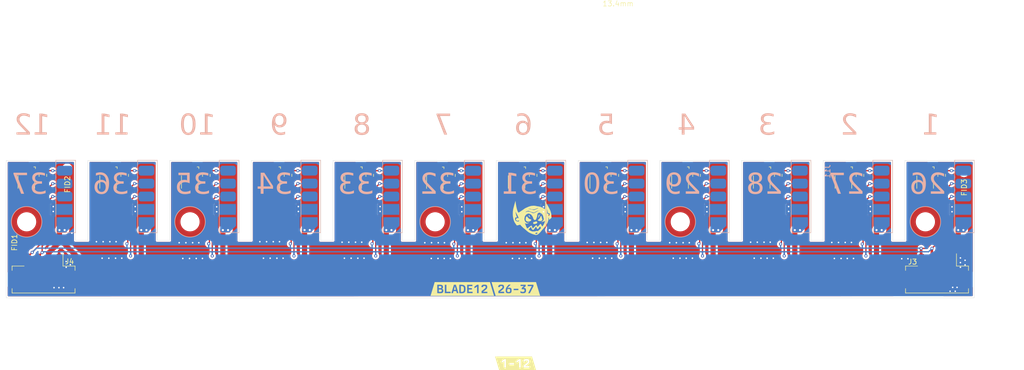
<source format=kicad_pcb>
(kicad_pcb (version 20240108) (generator "pcbnew") (generator_version "8.0")
  (layers (0 "F.Cu" signal) (31 "B.Cu" signal) (34 "B.Paste" user) (35 "F.Paste" user) (36 "B.SilkS" user "B.Silkscreen") (37 "F.SilkS" user "F.Silkscreen") (38 "B.Mask" user) (39 "F.Mask" user) (44 "Edge.Cuts" user))
  (net 0 "")
  (net 1 "GND")
  (net 2 "VIN")
  (net 3 "RS-485+")
  (net 4 "RS-485-")
  (net 5 "/individual_slot/1WIRE")
  (net 6 "/individual_slot1/1WIRE")
  (net 7 "/individual_slot2/1WIRE")
  (net 8 "/individual_slot3/1WIRE")
  (net 9 "/individual_slot4/1WIRE")
  (net 10 "/individual_slot5/1WIRE")
  (net 11 "/individual_slot6/1WIRE")
  (net 12 "/individual_slot7/1WIRE")
  (net 13 "/individual_slot8/1WIRE")
  (net 14 "/individual_slot9/1WIRE")
  (net 15 "/individual_slot10/1WIRE")
  (net 16 "/individual_slot11/1WIRE")
  (footprint "MountingHole:MountingHole_3.2mm_M3" (layer "F.Cu") (at 25.2 37)
    (property "Reference" "H1" (hide yes))
    (property "Value" "MountingHole")
  )
  (footprint "index:DS28E07_MULTI" (layer "F.Cu") (at 198.950001 29.299999 -90)
    (property "Reference" "U1" (hide yes))
    (property "Value" "DS28E07")
  )
  (footprint "Fiducial:Fiducial_1mm_Mask2mm" (layer "F.Cu") (at 23.1 44 90)
    (property "Reference" "FID1")
    (property "Value" "Fiducial")
  )
  (footprint "Resistor_SMD:R_0805_2012Metric" (layer "F.Cu") (at 91.55 28 -90)
    (property "Reference" "R11" (hide yes))
    (property "Value" "1M" (hide yes))
  )
  (footprint "Resistor_SMD:R_0805_2012Metric" (layer "F.Cu") (at 154.75 28 -90)
    (property "Reference" "R13" (hide yes))
    (property "Value" "1M" (hide yes))
  )
  (footprint "index:DS28E07_MULTI" (layer "F.Cu") (at 183.150001 29.3 -90)
    (property "Reference" "U3" (hide yes))
    (property "Value" "DS28E07")
  )
  (footprint "index:DS28E07_MULTI" (layer "F.Cu") (at 104.150001 29.3175 -90)
    (property "Reference" "U4" (hide yes))
    (property "Value" "DS28E07")
  )
  (footprint "Connector_JST:JST_PH_B4B-PH-SM4-TB_1x04-1MP_P2.00mm_Vertical" (layer "F.Cu") (at 201.25 46.425 180)
    (property "Reference" "J3")
    (property "Value" "IN")
  )
  (footprint "Resistor_SMD:R_0805_2012Metric" (layer "F.Cu") (at 44.163635 28.000001 -90)
    (property "Reference" "R10" (hide yes))
    (property "Value" "1M" (hide yes))
  )
  (footprint "index:DS28E07_MULTI" (layer "F.Cu") (at 135.750001 29.3 -90)
    (property "Reference" "U7" (hide yes))
    (property "Value" "DS28E07")
  )
  (footprint "Resistor_SMD:R_0805_2012Metric" (layer "F.Cu") (at 123.15 28 -90)
    (property "Reference" "R6" (hide yes))
    (property "Value" "1M" (hide yes))
  )
  (footprint "Fiducial:Fiducial_1mm_Mask2mm" (layer "F.Cu") (at 33.05 26.7)
    (property "Reference" "FID2")
    (property "Value" "Fiducial" (hide yes))
  )
  (footprint "kibuzzard-65FDD860" (layer "F.Cu") (at 109.45 50)
    (property "Reference" "kibuzzard-65FDD860" (hide yes))
    (property "Value" "G***" (hide yes))
  )
  (footprint "index:DS28E07_MULTI" (layer "F.Cu") (at 167.350001 29.299999 -90)
    (property "Reference" "U8" (hide yes))
    (property "Value" "DS28E07")
  )
  (footprint "Fiducial:Fiducial_1mm_Mask2mm" (layer "F.Cu") (at 206.45 27.35)
    (property "Reference" "FID3")
    (property "Value" "Fiducial" (hide yes))
  )
  (footprint "kibuzzard-65FDD8A5" (layer "F.Cu") (at 119.8 50)
    (property "Reference" "kibuzzard-65FDD8A5" (hide yes))
    (property "Value" "G***" (hide yes))
  )
  (footprint "Resistor_SMD:R_0805_2012Metric" (layer "F.Cu") (at 107.35 28.017501 -90)
    (property "Reference" "R5" (hide yes))
    (property "Value" "1M" (hide yes))
  )
  (footprint "Resistor_SMD:R_0805_2012Metric" (layer "F.Cu") (at 28.349999 28.000001 -90)
    (property "Reference" "R7" (hide yes))
    (property "Value" "1M" (hide yes))
  )
  (footprint "Resistor_SMD:R_0805_2012Metric" (layer "F.Cu") (at 170.55 28 -90)
    (property "Reference" "R9" (hide yes))
    (property "Value" "1M" (hide yes))
  )
  (footprint "index:DS28E07_MULTI" (layer "F.Cu") (at 25.15 29.3 -90)
    (property "Reference" "U6" (hide yes))
    (property "Value" "DS28E07")
  )
  (footprint "Resistor_SMD:R_0805_2012Metric" (layer "F.Cu") (at 75.75 27.992501 -90)
    (property "Reference" "R3" (hide yes))
    (property "Value" "1M" (hide yes))
  )
  (footprint "index:DS28E07_MULTI" (layer "F.Cu") (at 72.550001 29.2925 -90)
    (property "Reference" "U2" (hide yes))
    (property "Value" "DS28E07")
  )
  (footprint "index:goblin" (layer "F.Cu") (at 123 36.7 5)
    (property "Reference" "G***" (hide yes))
    (property "Value" "LOGO" (hide yes))
  )
  (footprint "Connector_JST:JST_PH_B4B-PH-SM4-TB_1x04-1MP_P2.00mm_Vertical" (layer "F.Cu") (at 28.475 46.425 180)
    (property "Reference" "J4")
    (property "Value" "OUT")
  )
  (footprint "Resistor_SMD:R_0805_2012Metric" (layer "F.Cu") (at 59.95 28 -90)
    (property "Reference" "R12" (hide yes))
    (property "Value" "1M" (hide yes))
  )
  (footprint "kibuzzard-65FDD87B" (layer "F.Cu") (at 119.75 64.4)
    (property "Reference" "kibuzzard-65FDD87B" (hide yes))
    (property "Value" "G***" (hide yes))
  )
  (footprint "index:DS28E07_MULTI" (layer "F.Cu") (at 56.750001 29.299999 -90)
    (property "Reference" "U11" (hide yes))
    (property "Value" "DS28E07")
  )
  (footprint "Resistor_SMD:R_0805_2012Metric" (layer "F.Cu") (at 186.35 28.000001 -90)
    (property "Reference" "R4" (hide yes))
    (property "Value" "1M" (hide yes))
  )
  (footprint "MountingHole:MountingHole_3.2mm_M3" (layer "F.Cu") (at 56.8 37 90)
    (property "Reference" "H3" (hide yes))
    (property "Value" "MountingHole" (hide yes))
  )
  (footprint "index:DS28E07_MULTI" (layer "F.Cu") (at 151.550001 29.299999 -90)
    (property "Reference" "U12" (hide yes))
    (property "Value" "DS28E07")
  )
  (footprint "MountingHole:MountingHole_3.2mm_M3" (layer "F.Cu") (at 199 37 90)
    (property "Reference" "H5" (hide yes))
    (property "Value" "MountingHole" (hide yes))
  )
  (footprint "index:DS28E07_MULTI" (layer "F.Cu") (at 119.950001 29.299999 -90)
    (property "Reference" "U5" (hide yes))
    (property "Value" "DS28E07")
  )
  (footprint "index:DS28E07_MULTI" (layer "F.Cu") (at 88.350001 29.299999 -90)
    (property "Reference" "U10" (hide yes))
    (property "Value" "DS28E07")
  )
  (footprint "Resistor_SMD:R_0805_2012Metric" (layer "F.Cu") (at 138.95 28.000001 -90)
    (property "Reference" "R8" (hide yes))
    (property "Value" "1M" (hide yes))
  )
  (footprint "MountingHole:MountingHole_3.2mm_M3" (layer "F.Cu") (at 104.2 37 90)
    (property "Reference" "H2" (hide yes))
    (property "Value" "MountingHole" (hide yes))
  )
  (footprint "Resistor_SMD:R_0805_2012Metric" (layer "F.Cu") (at 202.15 28 -90)
    (property "Reference" "R2" (hide yes))
    (property "Value" "1M" (hide yes))
  )
  (footprint "MountingHole:MountingHole_3.2mm_M3" (layer "F.Cu") (at 151.6 37 90)
    (property "Reference" "H4" (hide yes))
    (property "Value" "MountingHole" (hide yes))
  )
  (footprint "index:DS28E07_MULTI" (layer "F.Cu") (at 40.963636 29.3 -90)
    (property "Reference" "U9" (hide yes))
    (property "Value" "DS28E07")
  )
  (footprint "index:AVX-915-005-541-Contact-Surface" (layer "B.Cu") (at 32.549999 27.100001 -90)
    (property "Reference" "J9" (hide yes))
    (property "Value" "SPRING_PINS" (hide yes))
  )
  (footprint "index:AVX-915-005-541-Contact-Surface" (layer "B.Cu") (at 174.75 27.1 -90)
    (property "Reference" "J11")
    (property "Value" "SPRING_PINS" (hide yes))
  )
  (footprint "index:AVX-915-005-541-Contact-Surface" (layer "B.Cu") (at 190.55 27.100001 -90)
    (property "Reference" "J6" (hide yes))
    (property "Value" "SPRING_PINS" (hide yes))
  )
  (footprint "index:AVX-915-005-541-Contact-Surface" (layer "B.Cu") (at 143.15 27.100001 -90)
    (property "Reference" "J10" (hide yes))
    (property "Value" "SPRING_PINS" (hide yes))
  )
  (footprint "index:AVX-915-005-541-Contact-Surface" (layer "B.Cu") (at 95.75 27.1 -90)
    (property "Reference" "J13" (hide yes))
    (property "Value" "SPRING_PINS" (hide yes))
  )
  (footprint "index:AVX-915-005-541-Contact-Surface" (layer "B.Cu") (at 158.95 27.1 -90)
    (property "Reference" "J15" (hide yes))
    (property "Value" "SPRING_PINS" (hide yes))
  )
  (footprint "index:AVX-915-005-541-Contact-Surface" (layer "B.Cu") (at 127.35 27.1 -90)
    (property "Reference" "J8" (hide yes))
    (property "Value" "SPRING_PINS" (hide yes))
  )
  (footprint "index:AVX-915-005-541-Contact-Surface" (layer "B.Cu") (at 111.55 27.117501 -90)
    (property "Reference" "J7" (hide yes))
    (property "Value" "SPRING_PINS" (hide yes))
  )
  (footprint "index:AVX-915-005-541-Contact-Surface" (layer "B.Cu") (at 206.35 27.1 -90)
    (property "Reference" "J2" (hide yes))
    (property "Value" "SPRING_PINS" (hide yes))
  )
  (footprint "index:AVX-915-005-541-Contact-Surface" (layer "B.Cu") (at 79.95 27.092501 -90)
    (property "Reference" "J5" (hide yes))
    (property "Value" "SPRING_PINS" (hide yes))
  )
  (footprint "index:AVX-915-005-541-Contact-Surface" (layer "B.Cu") (at 64.15 27.1 -90)
    (property "Reference" "J14" (hide yes))
    (property "Value" "SPRING_PINS" (hide yes))
  )
  (footprint "index:AVX-915-005-541-Contact-Surface" (layer "B.Cu") (at 48.363635 27.100001 -90)
    (property "Reference" "J12" (hide yes))
    (property "Value" "SPRING_PINS" (hide yes))
  )
  (gr_circle (center 151.6 37) (end 148.65 37) (stroke (width 0.12)) (fill none) (layer "B.SilkS"))
  (gr_circle (center 104.2 37) (end 101.25 37) (stroke (width 0.12)) (fill none) (layer "B.SilkS"))
  (gr_circle (center 25.2 37) (end 22.25 37) (stroke (width 0.12)) (fill none) (layer "B.SilkS"))
  (gr_circle (center 199 37) (end 196.05 37) (stroke (width 0.12)) (fill none) (layer "B.SilkS"))
  (gr_circle (center 56.8 37) (end 53.85 37) (stroke (width 0.12)) (fill none) (layer "B.SilkS"))
  (gr_line (start 140.250114 25.113687) (end 131.850114 25.113687) (stroke (width 0.05)) (layer "Edge.Cuts"))
  (gr_line (start 208.45 51.7) (end 206.25 51.7) (stroke (width 0.05)) (layer "Edge.Cuts"))
  (gr_line (start 108.650114 25.113687) (end 100.250114 25.113687) (stroke (width 0.05)) (layer "Edge.Cuts"))
  (gr_line (start 92.850114 25.113687) (end 97.850114 25.113687) (stroke (width 0.05)) (layer "Edge.Cuts"))
  (gr_line (start 140.250114 25.113687) (end 145.250114 25.113687) (stroke (width 0.05)) (layer "Edge.Cuts"))
  (gr_line (start 124.450114 25.113687) (end 116.050114 25.113687) (stroke (width 0.05)) (layer "Edge.Cuts"))
  (gr_line (start 50.45 40.6) (end 52.85 40.6) (stroke (width 0.05)) (layer "Edge.Cuts"))
  (gr_line (start 124.450114 25.113687) (end 129.450114 25.113687) (stroke (width 0.05)) (layer "Edge.Cuts"))
  (gr_line (start 116.050114 25.113687) (end 116.05 40.6) (stroke (width 0.05)) (layer "Edge.Cuts"))
  (gr_line (start 77.050114 25.113687) (end 68.650114 25.113687) (stroke (width 0.05)) (layer "Edge.Cuts"))
  (gr_line (start 34.65 40.6) (end 37.05 40.6) (stroke (width 0.05)) (layer "Edge.Cuts"))
  (gr_line (start 34.650114 25.113687) (end 34.65 40.6) (stroke (width 0.05)) (layer "Edge.Cuts"))
  (gr_line (start 50.450114 25.113687) (end 50.45 40.6) (stroke (width 0.05)) (layer "Edge.Cuts"))
  (gr_line (start 61.250114 25.113687) (end 66.250114 25.113687) (stroke (width 0.05)) (layer "Edge.Cuts"))
  (gr_line (start 171.850114 25.113687) (end 176.850114 25.113687) (stroke (width 0.05)) (layer "Edge.Cuts"))
  (gr_line (start 176.850114 25.113687) (end 176.85 40.6) (stroke (width 0.05)) (layer "Edge.Cuts"))
  (gr_line (start 187.650114 25.113687) (end 192.650114 25.113687) (stroke (width 0.05)) (layer "Edge.Cuts"))
  (gr_line (start 179.250114 25.113687) (end 179.25 40.6) (stroke (width 0.05)) (layer "Edge.Cuts"))
  (gr_line (start 192.650114 25.113687) (end 192.65 40.6) (stroke (width 0.05)) (layer "Edge.Cuts"))
  (gr_line (start 176.85 40.6) (end 179.25 40.6) (stroke (width 0.05)) (layer "Edge.Cuts"))
  (gr_line (start 37.050114 25.113687) (end 37.05 40.6) (stroke (width 0.05)) (layer "Edge.Cuts"))
  (gr_line (start 45.450114 25.113687) (end 37.050114 25.113687) (stroke (width 0.05)) (layer "Edge.Cuts"))
  (gr_line (start 100.250114 25.113687) (end 100.25 40.6) (stroke (width 0.05)) (layer "Edge.Cuts"))
  (gr_line (start 163.450114 25.113687) (end 163.45 40.6) (stroke (width 0.05)) (layer "Edge.Cuts"))
  (gr_line (start 97.85 40.6) (end 100.25 40.6) (stroke (width 0.05)) (layer "Edge.Cuts"))
  (gr_line (start 203.450114 25.113687) (end 195.050114 25.113687) (stroke (width 0.05)) (layer "Edge.Cuts"))
  (gr_line (start 21.25 51.725) (end 206.25 51.7) (stroke (width 0.05)) (layer "Edge.Cuts"))
  (gr_line (start 145.25 40.6) (end 147.65 40.6) (stroke (width 0.05)) (layer "Edge.Cuts"))
  (gr_line (start 82.050114 25.113687) (end 82.05 40.6) (stroke (width 0.05)) (layer "Edge.Cuts"))
  (gr_line (start 108.650114 25.113687) (end 113.650114 25.113687) (stroke (width 0.05)) (layer "Edge.Cuts"))
  (gr_line (start 68.650114 25.113687) (end 68.65 40.6) (stroke (width 0.05)) (layer "Edge.Cuts"))
  (gr_line (start 77.050114 25.113687) (end 82.050114 25.113687) (stroke (width 0.05)) (layer "Edge.Cuts"))
  (gr_line (start 195.050114 25.113687) (end 195.05 40.6) (stroke (width 0.05)) (layer "Edge.Cuts"))
  (gr_line (start 66.25 40.6) (end 68.65 40.6) (stroke (width 0.05)) (layer "Edge.Cuts"))
  (gr_line (start 171.850114 25.113687) (end 163.450114 25.113687) (stroke (width 0.05)) (layer "Edge.Cuts"))
  (gr_line (start 208.45 40.6) (end 208.45 51.7) (stroke (width 0.05)) (layer "Edge.Cuts"))
  (gr_line (start 97.850114 25.113687) (end 97.85 40.6) (stroke (width 0.05)) (layer "Edge.Cuts"))
  (gr_line (start 187.650114 25.113687) (end 179.250114 25.113687) (stroke (width 0.05)) (layer "Edge.Cuts"))
  (gr_line (start 29.650114 25.113687) (end 21.250114 25.113687) (stroke (width 0.05)) (layer "Edge.Cuts"))
  (gr_line (start 113.65 40.6) (end 116.05 40.6) (stroke (width 0.05)) (layer "Edge.Cuts"))
  (gr_line (start 203.450114 25.113687) (end 208.450114 25.113687) (stroke (width 0.05)) (layer "Edge.Cuts"))
  (gr_line (start 92.850114 25.113687) (end 84.450114 25.113687) (stroke (width 0.05)) (layer "Edge.Cuts"))
  (gr_line (start 156.050114 25.113687) (end 161.050114 25.113687) (stroke (width 0.05)) (layer "Edge.Cuts"))
  (gr_line (start 161.05 40.6) (end 163.45 40.6) (stroke (width 0.05)) (layer "Edge.Cuts"))
  (gr_line (start 84.450114 25.113687) (end 84.45 40.6) (stroke (width 0.05)) (layer "Edge.Cuts"))
  (gr_line (start 145.250114 25.113687) (end 145.25 40.6) (stroke (width 0.05)) (layer "Edge.Cuts"))
  (gr_line (start 82.05 40.6) (end 84.45 40.6) (stroke (width 0.05)) (layer "Edge.Cuts"))
  (gr_line (start 66.250114 25.113687) (end 66.25 40.6) (stroke (width 0.05)) (layer "Edge.Cuts"))
  (gr_line (start 61.250114 25.113687) (end 52.850114 25.113687) (stroke (width 0.05)) (layer "Edge.Cuts"))
  (gr_line (start 208.450114 25.113687) (end 208.45 40.6) (stroke (width 0.05)) (layer "Edge.Cuts"))
  (gr_line (start 29.650114 25.113687) (end 34.650114 25.113687) (stroke (width 0.05)) (layer "Edge.Cuts"))
  (gr_line (start 45.450114 25.113687) (end 50.450114 25.113687) (stroke (width 0.05)) (layer "Edge.Cuts"))
  (gr_line (start 129.45 40.6) (end 131.85 40.6) (stroke (width 0.05)) (layer "Edge.Cuts"))
  (gr_line (start 156.050114 25.113687) (end 147.650114 25.113687) (stroke (width 0.05)) (layer "Edge.Cuts"))
  (gr_line (start 21.25 51.725) (end 21.250114 25.113687) (stroke (width 0.05)) (layer "Edge.Cuts"))
  (gr_line (start 131.850114 25.113687) (end 131.85 40.6) (stroke (width 0.05)) (layer "Edge.Cuts"))
  (gr_line (start 113.650114 25.113687) (end 113.65 40.6) (stroke (width 0.05)) (layer "Edge.Cuts"))
  (gr_line (start 192.65 40.6) (end 195.05 40.6) (stroke (width 0.05)) (layer "Edge.Cuts"))
  (gr_line (start 161.050114 25.113687) (end 161.05 40.6) (stroke (width 0.05)) (layer "Edge.Cuts"))
  (gr_line (start 129.450114 25.113687) (end 129.45 40.6) (stroke (width 0.05)) (layer "Edge.Cuts"))
  (gr_line (start 52.850114 25.113687) (end 52.85 40.6) (stroke (width 0.05)) (layer "Edge.Cuts"))
  (gr_line (start 147.650114 25.113687) (end 147.65 40.6) (stroke (width 0.05)) (layer "Edge.Cuts"))
  (gr_text "9" (at 75.8 20.8 0) (layer "B.SilkS") (effects (font (size 4 4) (thickness 0.1)) (justify left bottom mirror)))
  (gr_text "33" (at 92.481816 32.25 0) (layer "B.SilkS") (effects (font (size 4 4) (thickness 0.1)) (justify left bottom mirror)))
  (gr_text "2" (at 186.05 20.8 0) (layer "B.SilkS") (effects (font (size 4 4) (thickness 0.1)) (justify left bottom mirror)))
  (gr_text "10" (at 61.8 20.8 0) (layer "B.SilkS") (effects (font (size 4 4) (thickness 0.1)) (justify left bottom mirror)))
  (gr_text "28" (at 171.459086 32.25 0) (layer "B.SilkS") (effects (font (size 4 4) (thickness 0.1)) (justify left bottom mirror)))
  (gr_text "35" (at 60.890908 32.25 0) (layer "B.SilkS") (effects (font (size 4 4) (thickness 0.1)) (justify left bottom mirror)))
  (gr_text "29" (at 155.663632 32.25 0) (layer "B.SilkS") (effects (font (size 4 4) (thickness 0.1)) (justify left bottom mirror)))
  (gr_text "5" (at 139 20.8 0) (layer "B.SilkS") (effects (font (size 4 4) (thickness 0.1)) (justify left bottom mirror)))
  (gr_text "27" (at 187.25454 32.25 0) (layer "B.SilkS") (effects (font (size 4 4) (thickness 0.1)) (justify left bottom mirror)))
  (gr_text "34" (at 76.686362 32.25 0) (layer "B.SilkS") (effects (font (size 4 4) (thickness 0.1)) (justify left bottom mirror)))
  (gr_text "32" (at 108.27727 32.25 0) (layer "B.SilkS") (effects (font (size 4 4) (thickness 0.1)) (justify left bottom mirror)))
  (gr_text "31" (at 124.072724 32.25 0) (layer "B.SilkS") (effects (font (size 4 4) (thickness 0.1)) (justify left bottom mirror)))
  (gr_text "1" (at 201.8 20.8 0) (layer "B.SilkS") (effects (font (size 4 4) (thickness 0.1)) (justify left bottom mirror)))
  (gr_text "11" (at 45.4 20.8 0) (layer "B.SilkS") (effects (font (size 4 4) (thickness 0.1)) (justify left bottom mirror)))
  (gr_text "7" (at 107.55 20.8 0) (layer "B.SilkS") (effects (font (size 4 4) (thickness 0.1)) (justify left bottom mirror)))
  (gr_text "4" (at 154.55 20.8 0) (layer "B.SilkS") (effects (font (size 4 4) (thickness 0.1)) (justify left bottom mirror)))
  (gr_text "36" (at 45.095454 32.25 0) (layer "B.SilkS") (effects (font (size 4 4) (thickness 0.1)) (justify left bottom mirror)))
  (gr_text "26" (at 203.05 32.25 0) (layer "B.SilkS") (effects (font (size 4 4) (thickness 0.1)) (justify left bottom mirror)))
  (gr_text "6" (at 123.05 20.8 0) (layer "B.SilkS") (effects (font (size 4 4) (thickness 0.1)) (justify left bottom mirror)))
  (gr_text "12" (at 29.8 20.8 0) (layer "B.SilkS") (effects (font (size 4 4) (thickness 0.1)) (justify left bottom mirror)))
  (gr_text "3" (at 170.2 20.8 0) (layer "B.SilkS") (effects (font (size 4 4) (thickness 0.1)) (justify left bottom mirror)))
  (gr_text "37" (at 29.3 32.25 0) (layer "B.SilkS") (effects (font (size 4 4) (thickness 0.1)) (justify left bottom mirror)))
  (gr_text "8" (at 91.8 20.8 0) (layer "B.SilkS") (effects (font (size 4 4) (thickness 0.1)) (justify left bottom mirror)))
  (gr_text "30" (at 139.868178 32.25 0) (layer "B.SilkS") (effects (font (size 4 4) (thickness 0.1)) (justify left bottom mirror)))
  (gr_text "13.4mm" (at 136.5 -4.65 0) (layer "F.SilkS") (effects (font (size 1 1) (thickness 0.1)) (justify left bottom)))
  (segment (start 89.575001 27.724999) (end 89.350001 27.724999) (width 0.25) (layer "F.Cu") (net 1))
  (segment (start 138.95 28.912501) (end 138.162502 28.912501) (width 0.25) (layer "F.Cu") (net 1))
  (segment (start 43.376137 28.912501) (end 42.188636 27.725) (width 0.25) (layer "F.Cu") (net 1))
  (segment (start 73.775001 27.7175) (end 73.550001 27.7175) (width 0.25) (layer "F.Cu") (net 1))
  (segment (start 28.349999 28.912501) (end 27.562501 28.912501) (width 0.25) (layer "F.Cu") (net 1))
  (segment (start 202.15 28.9125) (end 201.362502 28.9125) (width 0.25) (layer "F.Cu") (net 1))
  (segment (start 169.762502 28.9125) (end 168.575001 27.724999) (width 0.25) (layer "F.Cu") (net 1))
  (segment (start 153.962502 28.9125) (end 152.775001 27.724999) (width 0.25) (layer "F.Cu") (net 1))
  (segment (start 168.575001 27.724999) (end 168.350001 27.724999) (width 0.25) (layer "F.Cu") (net 1))
  (segment (start 106.562502 28.930001) (end 105.375001 27.7425) (width 0.25) (layer "F.Cu") (net 1))
  (segment (start 121.175001 27.724999) (end 120.950001 27.724999) (width 0.25) (layer "F.Cu") (net 1))
  (segment (start 122.362502 28.9125) (end 121.175001 27.724999) (width 0.25) (layer "F.Cu") (net 1))
  (segment (start 200.175001 27.724999) (end 199.950001 27.724999) (width 0.25) (layer "F.Cu") (net 1))
  (segment (start 91.55 28.9125) (end 90.762502 28.9125) (width 0.25) (layer "F.Cu") (net 1))
  (segment (start 59.162502 28.9125) (end 57.975001 27.724999) (width 0.25) (layer "F.Cu") (net 1))
  (segment (start 186.35 28.912501) (end 185.562502 28.912501) (width 0.25) (layer "F.Cu") (net 1))
  (segment (start 136.975001 27.725) (end 136.750001 27.725) (width 0.25) (layer "F.Cu") (net 1))
  (segment (start 44.163635 28.912501) (end 43.376137 28.912501) (width 0.25) (layer "F.Cu") (net 1))
  (segment (start 185.562502 28.912501) (end 184.375001 27.725) (width 0.25) (layer "F.Cu") (net 1))
  (segment (start 107.35 28.930001) (end 106.562502 28.930001) (width 0.25) (layer "F.Cu") (net 1))
  (segment (start 75.75 28.905001) (end 74.962502 28.905001) (width 0.25) (layer "F.Cu") (net 1))
  (segment (start 123.15 28.9125) (end 122.362502 28.9125) (width 0.25) (layer "F.Cu") (net 1))
  (segment (start 59.95 28.9125) (end 59.162502 28.9125) (width 0.25) (layer "F.Cu") (net 1))
  (segment (start 152.775001 27.724999) (end 152.550001 27.724999) (width 0.25) (layer "F.Cu") (net 1))
  (segment (start 138.162502 28.912501) (end 136.975001 27.725) (width 0.25) (layer "F.Cu") (net 1))
  (segment (start 90.762502 28.9125) (end 89.575001 27.724999) (width 0.25) (layer "F.Cu") (net 1))
  (segment (start 26.375 27.725) (end 26.15 27.725) (width 0.25) (layer "F.Cu") (net 1))
  (segment (start 105.375001 27.7425) (end 105.150001 27.7425) (width 0.25) (layer "F.Cu") (net 1))
  (segment (start 170.55 28.9125) (end 169.762502 28.9125) (width 0.25) (layer "F.Cu") (net 1))
  (segment (start 201.362502 28.9125) (end 200.175001 27.724999) (width 0.25) (layer "F.Cu") (net 1))
  (segment (start 27.562501 28.912501) (end 26.375 27.725) (width 0.25) (layer "F.Cu") (net 1))
  (segment (start 57.975001 27.724999) (end 57.750001 27.724999) (width 0.25) (layer "F.Cu") (net 1))
  (segment (start 184.375001 27.725) (end 184.150001 27.725) (width 0.25) (layer "F.Cu") (net 1))
  (segment (start 42.188636 27.725) (end 41.963636 27.725) (width 0.25) (layer "F.Cu") (net 1))
  (segment (start 154.75 28.9125) (end 153.962502 28.9125) (width 0.25) (layer "F.Cu") (net 1))
  (segment (start 74.962502 28.905001) (end 73.775001 27.7175) (width 0.25) (layer "F.Cu") (net 1))
  (via (at 46.2 35) (size 0.6) (drill 0.3) (layers "F.Cu" "B.Cu") (net 1))
  (via (at 153.95 44.05) (size 0.6) (drill 0.3) (layers "F.Cu" "B.Cu") (net 1))
  (via (at 120.45 44.1) (size 0.6) (drill 0.3) (layers "F.Cu" "B.Cu") (net 1))
  (via (at 57.3 41.05) (size 0.6) (drill 0.3) (layers "F.Cu" "B.Cu") (net 1))
  (via (at 72.9 40.85) (size 0.6) (drill 0.3) (layers "F.Cu" "B.Cu") (net 1))
  (via (at 204.15 35.05) (size 0.6) (drill 0.3) (layers "F.Cu" "B.Cu") (net 1))
  (via (at 172.550001 34.049999) (size 0.6) (drill 0.3) (layers "F.Cu" "B.Cu") (net 1))
  (via (at 182.7 44.1) (size 0.6) (drill 0.3) (layers "F.Cu" "B.Cu") (net 1))
  (via (at 165.2 40.95) (size 0.6) (drill 0.3) (layers "F.Cu" "B.Cu") (net 1))
  (via (at 71.6 40.85) (size 0.6) (drill 0.3) (layers "F.Cu" "B.Cu") (net 1))
  (via (at 136.2 41) (size 0.6) (drill 0.3) (layers "F.Cu" "B.Cu") (net 1))
  (via (at 46.200001 34.049999) (size 0.6) (drill 0.3) (layers "F.Cu" "B.Cu") (net 1))
  (via (at 156.75 35.05) (size 0.6) (drill 0.3) (layers "F.Cu" "B.Cu") (net 1))
  (via (at 172.55 35) (size 0.6) (drill 0.3) (layers "F.Cu" "B.Cu") (net 1))
  (via (at 73.6 44.05) (size 0.6) (drill 0.3) (layers "F.Cu" "B.Cu") (net 1))
  (via (at 93.55 35) (size 0.6) (drill 0.3) (layers "F.Cu" "B.Cu") (net 1))
  (via (at 61.950001 34.099999) (size 0.6) (drill 0.3) (layers "F.Cu" "B.Cu") (net 1))
  (via (at 109.35 35.05) (size 0.6) (drill 0.3) (layers "F.Cu" "B.Cu") (net 1))
  (via (at 204.150001 34.099999) (size 0.6) (drill 0.3) (layers "F.Cu" "B.Cu") (net 1))
  (via (at 33.65 45.3) (size 0.6) (drill 0.3) (layers "F.Cu" "B.Cu") (net 1))
  (via (at 105.95 44.1) (size 0.6) (drill 0.3) (layers "F.Cu" "B.Cu") (net 1))
  (via (at 30.350001 34.049999) (size 0.6) (drill 0.3) (layers "F.Cu" "B.Cu") (net 1))
  (via (at 135.95 44.05) (size 0.6) (drill 0.3) (layers "F.Cu" "B.Cu") (net 1))
  (via (at 87.95 44.05) (size 0.6) (drill 0.3) (layers "F.Cu" "B.Cu") (net 1))
  (via (at 180.9 41) (size 0.6) (drill 0.3) (layers "F.Cu" "B.Cu") (net 1))
  (via (at 30.5 49.75) (size 0.6) (drill 0.3) (layers "F.Cu" "B.Cu") (net 1))
  (via (at 134.65 44.05) (size 0.6) (drill 0.3) (layers "F.Cu" "B.Cu") (net 1))
  (via (at 167.8 40.95) (size 0.6) (drill 0.3) (layers "F.Cu" "B.Cu") (net 1))
  (via (at 149.55 41.05) (size 0.6) (drill 0.3) (layers "F.Cu" "B.Cu") (net 1))
  (via (at 203.775 50.45) (size 0.6) (drill 0.3) (layers "F.Cu" "B.Cu") (net 1))
  (via (at 70.3 40.85) (size 0.6) (drill 0.3) (layers "F.Cu" "B.Cu") (net 1))
  (via (at 77.75 35) (size 0.6) (drill 0.3) (layers "F.Cu" "B.Cu") (net 1))
  (via (at 74.1 40.85) (size 0.6) (drill 0.3) (layers "F.Cu" "B.Cu") (net 1))
  (via (at 133.6 41) (size 0.6) (drill 0.3) (layers "F.Cu" "B.Cu") (net 1))
  (via (at 125.150001 34.099999) (size 0.6) (drill 0.3) (layers "F.Cu" "B.Cu") (net 1))
  (via (at 59.2 44.1) (size 0.6) (drill 0.3) (layers "F.Cu" "B.Cu") (net 1))
  (via (at 38.7 40.85) (size 0.6) (drill 0.3) (layers "F.Cu" "B.Cu") (net 1))
  (via (at 30.35 35) (size 0.6) (drill 0.3) (layers "F.Cu" "B.Cu") (net 1))
  (via (at 32.35 49.75) (size 0.6) (drill 0.3) (layers "F.Cu" "B.Cu") (net 1))
  (via (at 33.95 39.2) (size 0.6) (drill 0.3) (layers "F.Cu" "B.Cu") (net 1))
  (via (at 117.95 41.05) (size 0.6) (drill 0.3) (layers "F.Cu" "B.Cu") (net 1))
  (via (at 40 40.85) (size 0.6) (drill 0.3) (layers "F.Cu" "B.Cu") (net 1))
  (via (at 42.5 40.85) (size 0.6) (drill 0.3) (layers "F.Cu" "B.Cu") (net 1))
  (via (at 87.5 40.95) (size 0.6) (drill 0.3) (layers "F.Cu" "B.Cu") (net 1))
  (via (at 205.775 44) (size 0.6) (drill 0.3) (layers "F.Cu" "B.Cu") (net 1))
  (via (at 88.8 40.95) (size 0.6) (drill 0.3) (layers "F.Cu" "B.Cu") (net 1))
  (via (at 188.35 35) (size 0.6) (drill 0.3) (layers "F.Cu" "B.Cu") (net 1))
  (via (at 194.425 44.15) (size 0.6) (drill 0.3) (layers "F.Cu" "B.Cu") (net 1))
  (via (at 86.2 40.95) (size 0.6) (drill 0.3) (layers "F.Cu" "B.Cu") (net 1))
  (via (at 184.7 41) (size 0.6) (drill 0.3) (layers "F.Cu" "B.Cu") (net 1))
  (via (at 56.7 44.1) (size 0.6) (drill 0.3) (layers "F.Cu" "B.Cu") (net 1))
  (via (at 167.2 44.05) (size 0.6) (drill 0.3) (layers "F.Cu" "B.Cu") (net 1))
  (via (at 109.350001 34.099999) (size 0.6) (drill 0.3) (layers "F.Cu" "B.Cu") (net 1))
  (via (at 72.3 44.05) (size 0.6) (drill 0.3) (layers "F.Cu" "B.Cu") (net 1))
  (via (at 119.25 41.05) (size 0.6) (drill 0.3) (layers "F.Cu" "B.Cu") (net 1))
  (via (at 54.7 41.05) (size 0.6) (drill 0.3) (layers "F.Cu" "B.Cu") (net 1))
  (via (at 183.9 44.1) (size 0.6) (drill 0.3) (layers "F.Cu" "B.Cu") (net 1))
  (via (at 102.2 41.05) (size 0.6) (drill 0.3) (layers "F.Cu" "B.Cu") (net 1))
  (via (at 58.5 41.05) (size 0.6) (drill 0.3) (layers "F.Cu" "B.Cu") (net 1))
  (via (at 140.95 35.05) (size 0.6) (drill 0.3) (layers "F.Cu" "B.Cu") (net 1))
  (via (at 188.350001 34.049999) (size 0.6) (drill 0.3) (layers "F.Cu" "B.Cu") (net 1))
  (via (at 185.1 44.1) (size 0.6) (drill 0.3) (layers "F.Cu" "B.Cu") (net 1))
  (via (at 32.85 44.7) (size 0.6) (drill 0.3) (layers "F.Cu" "B.Cu") (net 1))
  (via (at 140.950001 34.099999) (size 0.6) (drill 0.3) (layers "F.Cu" "B.Cu") (net 1))
  (via (at 181.4 44.1) (size 0.6) (drill 0.3) (layers "F.Cu" "B.Cu") (net 1))
  (via (at 104.8 41.05) (size 0.6) (drill 0.3) (layers "F.Cu" "B.Cu") (net 1))
  (via (at 204.775 50.45) (size 0.6) (drill 0.3) (layers "F.Cu" "B.Cu") (net 1))
  (via (at 169 40.95) (size 0.6) (drill 0.3) (layers "F.Cu" "B.Cu") (net 1))
  (via (at 120.55 41.05) (size 0.6) (drill 0.3) (layers "F.Cu" "B.Cu") (net 1))
  (via (at 104.75 44.1) (size 0.6) (drill 0.3) (layers "F.Cu" "B.Cu") (net 1))
  (via (at 205.775 44.9) (size 0.6) (drill 0.3) (layers "F.Cu" "B.Cu") (net 1))
  (via (at 137.15 44.05) (size 0.6) (drill 0.3) (layers "F.Cu" "B.Cu") (net 1))
  (via (at 122.85 44.1) (size 0.6) (drill 0.3) (layers "F.Cu" "B.Cu") (net 1))
  (via (at 204.275 49.7) (size 0.6) (drill 0.3) (layers "F.Cu" "B.Cu") (net 1))
  (via (at 152.15 41.05) (size 0.6) (drill 0.3) (layers "F.Cu" "B.Cu") (net 1))
  (via (at 42.4 44.05) (size 0.6) (drill 0.3) (layers "F.Cu" "B.Cu") (net 1))
  (via (at 56 41.05) (size 0.6) (drill 0.3) (layers "F.Cu" "B.Cu") (net 1))
  (via (at 106 41.05) (size 0.6) (drill 0.3) (layers "F.Cu" "B.Cu") (net 1))
  (via (at 166.5 40.95) (size 0.6) (drill 0.3) (layers "F.Cu" "B.Cu") (net 1))
  (via (at 205.775 45.8) (size 0.6) (drill 0.3) (layers "F.Cu" "B.Cu") (net 1))
  (via (at 121.75 41.05) (size 0.6) (drill 0.3) (layers "F.Cu" "B.Cu") (net 1))
  (via (at 150.85 41.05) (size 0.6) (drill 0.3) (layers "F.Cu" "B.Cu") (net 1))
  (via (at 58 44.1) (size 0.6) (drill 0.3) (layers "F.Cu" "B.Cu") (net 1))
  (via (at 32.85 45.8) (size 0.6) (drill 0.3) (layers "F.Cu" "B.Cu") (net 1))
  (via (at 74.8 44.05) (size 0.6) (drill 0.3) (layers "F.Cu" "B.Cu") (net 1))
  (via (at 77.750001 34.049999) (size 0.6) (drill 0.3) (layers "F.Cu" "B.Cu") (net 1))
  (via (at 107.15 44.1) (size 0.6) (drill 0.3) (layers "F.Cu" "B.Cu") (net 1))
  (via (at 39.8 44.05) (size 0.6) (drill 0.3) (layers "F.Cu" "B.Cu") (net 1))
  (via (at 89.25 44.05) (size 0.6) (drill 0.3) (layers "F.Cu" "B.Cu") (net 1))
  (via (at 41.3 40.85) (size 0.6) (drill 0.3) (layers "F.Cu" "B.Cu") (net 1))
  (via (at 86.65 44.05) (size 0.6) (drill 0.3) (layers "F.Cu" "B.Cu") (net 1))
  (via (at 153.35 41.05) (size 0.6) (drill 0.3) (layers "F.Cu" "B.Cu") (net 1))
  (via (at 156.750001 34.099999) (size 0.6) (drill 0.3) (layers "F.Cu" "B.Cu") (net 1))
  (via (at 119.15 44.1) (size 0.6) (drill 0.3) (layers "F.Cu" "B.Cu") (net 1))
  (via (at 61.95 35.05) (size 0.6) (drill 0.3) (layers "F.Cu" "B.Cu") (net 1))
  (via (at 93.550001 34.049999) (size 0.6) (drill 0.3) (layers "F.Cu" "B.Cu") (net 1))
  (via (at 195.625 44.15) (size 0.6) (drill 0.3) (layers "F.Cu" "B.Cu") (net 1))
  (via (at 138.35 44.05) (size 0.6) (drill 0.3) (layers "F.Cu" "B.Cu") (net 1))
  (via (at 103.45 44.1) (size 0.6) (drill 0.3) (layers "F.Cu" "B.Cu") (net 1))
  (via (at 55.4 44.1) (size 0.6) (drill 0.3) (layers "F.Cu" "B.Cu") (net 1))
  (via (at 168.4 44.05) (size 0.6) (drill 0.3) (layers "F.Cu" "B.Cu") (net 1))
  (via (at 182.2 41) (size 0.6) (drill 0.3) (layers "F.Cu" "B.Cu") (net 1))
  (via (at 169.6 44.05) (size 0.6) (drill 0.3) (layers "F.Cu" "B.Cu") (net 1))
  (via (at 150.25 44.05) (size 0.6) (drill 0.3) (layers "F.Cu" "B.Cu") (net 1))
  (via (at 206.675 45.35) (size 0.6) (drill 0.3) (layers "F.Cu" "B.Cu") (net 1))
  (via (at 43.6 44.05) (size 0.6) (drill 0.3) (layers "F.Cu" "B.Cu") (net 1))
  (via (at 121.65 44.1) (size 0.6) (drill 0.3) (layers "F.Cu" "B.Cu") (net 1))
  (via (at 134.9 41) (size 0.6) (drill 0.3) (layers "F.Cu" "B.Cu") (net 1))
  (via (at 183.5 41) (size 0.6) (drill 0.3) (layers "F.Cu" "B.Cu") (net 1))
  (via (at 90 40.95) (size 0.6) (drill 0.3) (layers "F.Cu" "B.Cu") (net 1))
  (via (at 90.45 44.05) (size 0.6) (drill 0.3) (layers "F.Cu" "B.Cu") (net 1))
  (via (at 103.5 41.05) (size 0.6) (drill 0.3) (layers "F.Cu" "B.Cu") (net 1))
  (via (at 31.45 49.75) (size 0.6) (drill 0.3) (layers "F.Cu" "B.Cu") (net 1))
  (via (at 71 44.05) (size 0.6) (drill 0.3) (layers "F.Cu" "B.Cu") (net 1))
  (via (at 151.55 44.05) (size 0.6) (drill 0.3) (layers "F.Cu" "B.Cu") (net 1))
  (via (at 41.1 44.05) (size 0.6) (drill 0.3) (layers "F.Cu" "B.Cu") (net 1))
  (via (at 165.9 44.05) (size 0.6) (drill 0.3) (layers "F.Cu" "B.Cu") (net 1))
  (via (at 137.4 41) (size 0.6) (drill 0.3) (layers "F.Cu" "B.Cu") (net 1))
  (via (at 152.75 44.05) (size 0.6) (drill 0.3) (layers "F.Cu" "B.Cu") (net 1))
  (via (at 206.675 44.45) (size 0.6) (drill 0.3) (layers "F.Cu" "B.Cu") (net 1))
  (via (at 125.15 35.05) (size 0.6) (drill 0.3) (layers "F.Cu" "B.Cu") (net 1))
  (via (at 205.125 49.7) (size 0.6) (drill 0.3) (layers "F.Cu" "B.Cu") (net 1))
  (segment (start 31.55 40.95) (end 31.55 38.6) (width 1) (layer "F.Cu") (net 2))
  (segment (start 94.750001 45.999999) (end 94.75 46) (width 1) (layer "F.Cu") (net 2))
  (segment (start 157.950001 38.599999) (end 157.950001 45.900001) (width 1) (layer "F.Cu") (net 2))
  (segment (start 63.150001 45.999999) (end 63.15 46) (width 1) (layer "F.Cu") (net 2))
  (segment (start 47.363636 45.963636) (end 47.4 46) (width 1) (layer "F.Cu") (net 2))
  (segment (start 173.75 46) (end 158.05 46) (width 2) (layer "F.Cu") (net 2))
  (segment (start 174.750001 38.599999) (end 173.750001 38.599999) (width 1) (layer "F.Cu") (net 2))
  (segment (start 126.350001 45.850001) (end 126.5 46) (width 1) (layer "F.Cu") (net 2))
  (segment (start 79.950001 38.5925) (end 78.950001 38.5925) (width 1) (layer "F.Cu") (net 2))
  (segment (start 189.65 46) (end 173.75 46) (width 2) (layer "F.Cu") (net 2))
  (segment (start 158.05 46) (end 142.15 46) (width 2) (layer "F.Cu") (net 2))
  (segment (start 202.25 49.375) (end 202.25 45.925) (width 2) (layer "F.Cu") (net 2))
  (segment (start 189.550001 45.900001) (end 189.550001 38.6) (width 1) (layer "F.Cu") (net 2))
  (segment (start 31.55 40.95) (end 32.15 40.95) (width 1) (layer "F.Cu") (net 2))
  (segment (start 37.2 46) (end 37.85 46) (width 1) (layer "F.Cu") (net 2))
  (segment (start 95.750001 38.599999) (end 94.750001 38.599999) (width 1) (layer "F.Cu") (net 2))
  (segment (start 29.475 43.025) (end 31.55 40.95) (width 1) (layer "F.Cu") (net 2))
  (segment (start 205.350001 39.824999) (end 202.25 42.925) (width 1) (layer "F.Cu") (net 2))
  (segment (start 157.950001 45.900001) (end 158.05 46) (width 1) (layer "F.Cu") (net 2))
  (segment (start 32.55 38.6) (end 31.55 38.6) (width 1) (layer "F.Cu") (net 2))
  (segment (start 64.150001 38.599999) (end 63.150001 38.599999) (width 1) (layer "F.Cu") (net 2))
  (segment (start 78.950001 45.950001) (end 79 46) (width 1) (layer "F.Cu") (net 2))
  (segment (start 48.363636 38.6) (end 47.363636 38.6) (width 1) (layer "F.Cu") (net 2))
  (segment (start 194.35 50.7) (end 198.325 50.7) (width 1) (layer "F.Cu") (net 2))
  (segment (start 143.150001 38.6) (end 142.150001 38.6) (width 1) (layer "F.Cu") (net 2))
  (segment (start 142.150001 45.999999) (end 142.15 46) (width 1) (layer "F.Cu") (net 2))
  (segment (start 126.5 46) (end 110.55 46) (width 2) (layer "F.Cu") (net 2))
  (segment (start 110.550001 38.6175) (end 110.550001 45.999999) (width 1) (layer "F.Cu") (net 2))
  (segment (start 202.25 42.925) (end 202.25 45.925) (width 1) (layer "F.Cu") (net 2))
  (segment (start 193.825 50.175) (end 194.35 50.7) (width 1) (layer "F.Cu") (net 2))
  (segment (start 201.425 50.2) (end 202.25 49.375) (width 2) (layer "F.Cu") (net 2))
  (segment (start 32.15 40.95) (end 37.2 46) (width 1) (layer "F.Cu") (net 2))
  (segment (start 78.950001 38.5925) (end 78.950001 45.950001) (width 1) (layer "F.Cu") (net 2))
  (segment (start 94.750001 38.599999) (end 94.750001 45.999999) (width 1) (layer "F.Cu") (net 2))
  (segment (start 198.325 50.7) (end 198.825 50.2) (width 1) (layer "F.Cu") (net 2))
  (segment (start 110.55 46) (end 94.75 46) (width 2) (layer "F.Cu") (net 2))
  (segment (start 173.750001 45.999999) (end 173.75 46) (width 1) (layer "F.Cu") (net 2))
  (segment (start 189.65 46) (end 189.550001 45.900001) (width 1) (layer "F.Cu") (net 2))
  (segment (start 189.65 46) (end 193.825 50.175) (width 2) (layer "F.Cu") (net 2))
  (segment (start 158.950001 38.599999) (end 157.950001 38.599999) (width 1) (layer "F.Cu") (net 2))
  (segment (start 94.75 46) (end 79 46) (width 2) (layer "F.Cu") (net 2))
  (segment (start 29.475 43.025) (end 29.475 45.925) (width 1) (layer "F.Cu") (net 2))
  (segment (start 110.550001 45.999999) (end 110.55 46) (width 1) (layer "F.Cu") (net 2))
  (segment (start 205.350001 38.599999) (end 205.350001 39.824999) (width 1) (layer "F.Cu") (net 2))
  (segment (start 63.15 46) (end 47.4 46) (width 2) (layer "F.Cu") (net 2))
  (segment (start 190.550001 38.6) (end 189.550001 38.6) (width 1) (layer "F.Cu") (net 2))
  (segment (start 142.150001 38.6) (end 142.150001 45.999999) (width 1) (layer "F.Cu") (net 2))
  (segment (start 127.350001 38.599999) (end 126.350001 38.599999) (width 1) (layer "F.Cu") (net 2))
  (segment (start 111.550001 38.6175) (end 110.550001 38.6175) (width 1) (layer "F.Cu") (net 2))
  (segment (start 142.15 46) (end 126.5 46) (width 2) (layer "F.Cu") (net 2))
  (segment (start 63.150001 38.599999) (end 63.150001 45.999999) (width 1) (layer "F.Cu") (net 2))
  (segment (start 126.350001 38.599999) (end 126.350001 45.850001) (width 1) (layer "F.Cu") (net 2))
  (segment (start 198.825 50.2) (end 201.425 50.2) (width 2) (layer "F.Cu") (net 2))
  (segment (start 47.4 46) (end 37.85 46) (width 2) (layer "F.Cu") (net 2))
  (segment (start 47.363636 38.6) (end 47.363636 45.963636) (width 1) (layer "F.Cu") (net 2))
  (segment (start 173.750001 38.599999) (end 173.750001 45.999999) (width 1) (layer "F.Cu") (net 2))
  (segment (start 206.350001 38.599999) (end 205.350001 38.599999) (width 1) (layer "F.Cu") (net 2))
  (segment (start 79 46) (end 63.15 46) (width 2) (layer "F.Cu") (net 2))
  (via (at 174.750001 38.599999) (size 0.8) (drill 0.4) (layers "F.Cu" "B.Cu") (net 2))
  (via (at 205.350001 38.599999) (size 0.8) (drill 0.4) (layers "F.Cu" "B.Cu") (net 2))
  (via (at 158.950001 38.599999) (size 0.8) (drill 0.4) (layers "F.Cu" "B.Cu") (net 2))
  (via (at 110.550001 38.6175) (size 0.8) (drill 0.4) (layers "F.Cu" "B.Cu") (net 2))
  (via (at 157.950001 38.599999) (size 0.8) (drill 0.4) (layers "F.Cu" "B.Cu") (net 2))
  (via (at 126.350001 38.599999) (size 0.8) (drill 0.4) (layers "F.Cu" "B.Cu") (net 2))
  (via (at 31.55 38.6) (size 0.8) (drill 0.4) (layers "F.Cu" "B.Cu") (net 2))
  (via (at 142.150001 38.6) (size 0.8) (drill 0.4) (layers "F.Cu" "B.Cu") (net 2))
  (via (at 127.350001 38.599999) (size 0.8) (drill 0.4) (layers "F.Cu" "B.Cu") (net 2))
  (via (at 79.950001 38.5925) (size 0.8) (drill 0.4) (layers "F.Cu" "B.Cu") (net 2))
  (via (at 47.363636 38.6) (size 0.8) (drill 0.4) (layers "F.Cu" "B.Cu") (net 2))
  (via (at 95.750001 38.599999) (size 0.8) (drill 0.4) (layers "F.Cu" "B.Cu") (net 2))
  (via (at 189.550001 38.6) (size 0.8) (drill 0.4) (layers "F.Cu" "B.Cu") (net 2))
  (via (at 63.150001 38.599999) (size 0.8) (drill 0.4) (layers "F.Cu" "B.Cu") (net 2))
  (via (at 48.363636 38.6) (size 0.8) (drill 0.4) (layers "F.Cu" "B.Cu") (net 2))
  (via (at 206.350001 38.599999) (size 0.8) (drill 0.4) (layers "F.Cu" "B.Cu") (net 2))
  (via (at 32.55 38.6) (size 0.8) (drill 0.4) (layers "F.Cu" "B.Cu") (net 2))
  (via (at 111.550001 38.6175) (size 0.8) (drill 0.4) (layers "F.Cu" "B.Cu") (net 2))
  (via (at 143.150001 38.6) (size 0.8) (drill 0.4) (layers "F.Cu" "B.Cu") (net 2))
  (via (at 190.550001 38.6) (size 0.8) (drill 0.4) (layers "F.Cu" "B.Cu") (net 2))
  (via (at 94.750001 38.599999) (size 0.8) (drill 0.4) (layers "F.Cu" "B.Cu") (net 2))
  (via (at 64.150001 38.599999) (size 0.8) (drill 0.4) (layers "F.Cu" "B.Cu") (net 2))
  (via (at 173.750001 38.599999) (size 0.8) (drill 0.4) (layers "F.Cu" "B.Cu") (net 2))
  (via (at 78.950001 38.5925) (size 0.8) (drill 0.4) (layers "F.Cu" "B.Cu") (net 2))
  (segment (start 107.950001 41.149999) (end 107.8 41.3) (width 0.25) (layer "F.Cu") (net 3))
  (segment (start 188.250001 29.6) (end 186.950001 30.9) (width 0.25) (layer "F.Cu") (net 3))
  (segment (start 60.550001 30.899999) (end 60.550001 36.399999) (width 0.25) (layer "F.Cu") (net 3))
  (segment (start 198.175 45.25) (end 198.25 45.325) (width 0.5) (layer "F.Cu") (net 3))
  (segment (start 198.25 45.325) (end 198.25 45.925) (width 0.5) (layer "F.Cu") (net 3))
  (segment (start 186.950001 41.149999) (end 186.8 41.3) (width 0.25) (layer "F.Cu") (net 3))
  (segment (start 28.95 40.25) (end 26.275 42.925) (width 0.25) (layer "F.Cu") (net 3))
  (segment (start 46.063636 29.6) (end 44.763636 30.9) (width 0.25) (layer "F.Cu") (net 3))
  (segment (start 60.55 36.4) (end 60.55 41.1) (width 0.25) (layer "F.Cu") (net 3))
  (segment (start 199.2625 42.15) (end 198.175 42.15) (width 0.25) (layer "F.Cu") (net 3))
  (segment (start 92.150001 30.899999) (end 92.150001 36.399999) (width 0.25) (layer "F.Cu") (net 3))
  (segment (start 28.95 30.9) (end 28.95 40.25) (width 0.25) (layer "F.Cu") (net 3))
  (segment (start 25.475 43.725) (end 25.475 45.925) (width 0.25) (layer "F.Cu") (net 3))
  (segment (start 171.150001 30.899999) (end 171.150001 36.399999) (width 0.25) (layer "F.Cu") (net 3))
  (segment (start 109.250001 29.6175) (end 107.950001 30.9175) (width 0.25) (layer "F.Cu") (net 3))
  (segment (start 76.350001 36.3925) (end 76.350001 41.099999) (width 0.25) (layer "F.Cu") (net 3))
  (segment (start 198.175 42.15) (end 198.175 45.25) (width 0.5) (layer "F.Cu") (net 3))
  (segment (start 44.763636 41.086364) (end 44.6 41.25) (width 0.25) (layer "F.Cu") (net 3))
  (segment (start 30.25 29.6) (end 28.95 30.9) (width 0.25) (layer "F.Cu") (net 3))
  (segment (start 171.150001 36.399999) (end 171.150001 41.149999) (width 0.25) (layer "F.Cu") (net 3))
  (segment (start 44.763636 36.4) (end 44.763636 41.086364) (width 0.25) (layer "F.Cu") (net 3))
  (segment (start 155.350001 41.099999) (end 155.2 41.25) (width 0.25) (layer "F.Cu") (net 3))
  (segment (start 77.650001 29.5925) (end 76.350001 30.8925) (width 0.25) (layer "F.Cu") (net 3))
  (segment (start 186.950001 30.9) (end 186.950001 36.4) (width 0.25) (layer "F.Cu") (net 3))
  (segment (start 26.275 42.925) (end 25.475 43.725) (width 0.25) (layer "F.Cu") (net 3))
  (segment (start 204.050001 29.599999) (end 202.750001 30.899999) (width 0.25) (layer "F.Cu") (net 3))
  (segment (start 202.750001 30.899999) (end 202.750001 38.662499) (width 0.25) (layer "F.Cu") (net 3))
  (segment (start 139.550001 36.4) (end 139.550001 41.099999) (width 0.25) (layer "F.Cu") (net 3))
  (segment (start 123.750001 41.049999) (end 123.750001 30.899999) (width 0.25) (layer "F.Cu") (net 3))
  (segment (start 107.950001 36.4175) (end 107.950001 41.149999) (width 0.25) (layer "F.Cu") (net 3))
  (segment (start 61.850001 29.599999) (end 60.550001 30.899999) (width 0.25) (layer "F.Cu") (net 3))
  (segment (start 156.650001 29.599999) (end 155.350001 30.899999) (width 0.25) (layer "F.Cu") (net 3))
  (segment (start 140.850001 29.6) (end 139.550001 30.9) (width 0.25) (layer "F.Cu") (net 3))
  (segment (start 76.350001 41.099999) (end 76.2 41.25) (width 0.25) (layer "F.Cu") (net 3))
  (segment (start 171.150001 41.149999) (end 171 41.3) (width 0.25) (layer "F.Cu") (net 3))
  (segment (start 92.150001 36.399999) (end 92.150001 41.099999) (width 0.25) (layer "F.Cu") (net 3))
  (segment (start 202.750001 38.662499) (end 199.2625 42.15) (width 0.25) (layer "F.Cu") (net 3))
  (segment (start 60.550001 36.399999) (end 60.55 36.4) (width 0.25) (layer "F.Cu") (net 3))
  (segment (start 92.150001 41.099999) (end 92 41.25) (width 0.25) (layer "F.Cu") (net 3))
  (segment (start 44.763636 30.9) (end 44.763636 36.4) (width 0.25) (layer "F.Cu") (net 3))
  (segment (start 139.550001 30.9) (end 139.550001 36.4) (width 0.25) (layer "F.Cu") (net 3))
  (segment (start 123.575 41.225) (end 123.750001 41.049999) (width 0.25) (layer "F.Cu") (net 3))
  (segment (start 107.950001 30.9175) (end 107.950001 36.4175) (width 0.25) (layer "F.Cu") (net 3))
  (segment (start 186.950001 36.4) (end 186.950001 41.149999) (width 0.25) (layer "F.Cu") (net 3))
  (segment (start 155.350001 30.899999) (end 155.350001 36.399999) (width 0.25) (layer "F.Cu") (net 3))
  (segment (start 123.750001 30.899999) (end 125.050001 29.599999) (width 0.25) (layer "F.Cu") (net 3))
  (segment (start 139.550001 41.099999) (end 139.4 41.25) (width 0.25) (layer "F.Cu") (net 3))
  (segment (start 76.350001 30.8925) (end 76.350001 36.3925) (width 0.25) (layer "F.Cu") (net 3))
  (segment (start 60.55 41.1) (end 60.4 41.25) (width 0.25) (layer "F.Cu") (net 3))
  (segment (start 172.450001 29.599999) (end 171.150001 30.899999) (width 0.25) (layer "F.Cu") (net 3))
  (segment (start 155.350001 36.399999) (end 155.350001 41.099999) (width 0.25) (layer "F.Cu") (net 3))
  (segment (start 93.450001 29.599999) (end 92.150001 30.899999) (width 0.25) (layer "F.Cu") (net 3))
  (via (at 139.4 41.25) (size 0.6) (drill 0.3) (layers "F.Cu" "B.Cu") (net 3))
  (via (at 198.175 42.15) (size 0.6) (drill 0.3) (layers "F.Cu" "B.Cu") (net 3))
  (via (at 93.450001 29.599999) (size 0.6) (drill 0.3) (layers "F.Cu" "B.Cu") (net 3))
  (via (at 76.2 41.25) (size 0.6) (drill 0.3) (layers "F.Cu" "B.Cu") (net 3))
  (via (at 92 41.25) (size 0.6) (drill 0.3) (layers "F.Cu" "B.Cu") (net 3))
  (via (at 46.063636 29.6) (size 0.6) (drill 0.3) (layers "F.Cu" "B.Cu") (net 3))
  (via (at 26.275 42.925) (size 0.6) (drill 0.3) (layers "F.Cu" "B.Cu") (net 3))
  (via (at 140.850001 29.6) (size 0.6) (drill 0.3) (layers "F.Cu" "B.Cu") (net 3))
  (via (at 61.850001 29.599999) (size 0.6) (drill 0.3) (layers "F.Cu" "B.Cu") (net 3))
  (via (at 171 41.3) (size 0.6) (drill 0.3) (layers "F.Cu" "B.Cu") (net 3))
  (via (at 44.6 41.25) (size 0.6) (drill 0.3) (layers "F.Cu" "B.Cu") (net 3))
  (via (at 125.050001 29.599999) (size 0.6) (drill 0.3) (layers "F.Cu" "B.Cu") (net 3))
  (via (at 156.650001 29.599999) (size 0.6) (drill 0.3) (layers "F.Cu" "B.Cu") (net 3))
  (via (at 204.050001 29.599999) (size 0.6) (drill 0.3) (layers "F.Cu" "B.Cu") (net 3))
  (via (at 109.250001 29.6175) (size 0.6) (drill 0.3) (layers "F.Cu" "B.Cu") (net 3))
  (via (at 155.2 41.25) (size 0.6) (drill 0.3) (layers "F.Cu" "B.Cu") (net 3))
  (via (at 77.650001 29.5925) (size 0.6) (drill 0.3) (layers "F.Cu" "B.Cu") (net 3))
  (via (at 60.4 41.25) (size 0.6) (drill 0.3) (layers "F.Cu" "B.Cu") (net 3))
  (via (at 123.575 41.225) (size 0.6) (drill 0.3) (layers "F.Cu" "B.Cu") (net 3))
  (via (at 172.450001 29.599999) (size 0.6) (drill 0.3) (layers "F.Cu" "B.Cu") (net 3))
  (via (at 30.25 29.6) (size 0.6) (drill 0.3) (layers "F.Cu" "B.Cu") (net 3))
  (via (at 188.250001 29.6) (size 0.6) (drill 0.3) (layers "F.Cu" "B.Cu") (net 3))
  (via (at 107.8 41.3) (size 0.6) (drill 0.3) (layers "F.Cu" "B.Cu") (net 3))
  (via (at 186.8 41.3) (size 0.6) (drill 0.3) (layers "F.Cu" "B.Cu") (net 3))
  (segment (start 44.6 42.1) (end 60.4 42.1) (width 0.25) (layer "B.Cu") (net 3))
  (segment (start 48.363635 29.600001) (end 46.063637 29.600001) (width 0.25) (layer "B.Cu") (net 3))
  (segment (start 92 41.25) (end 92 42.1) (width 0.25) (layer "B.Cu") (net 3))
  (segment (start 155.2 41.25) (end 155.2 42.1) (width 0.25) (layer "B.Cu") (net 3))
  (segment (start 26.275 42.925) (end 27.1 42.1) (width 0.25) (layer "B.Cu") (net 3))
  (segment (start 77.650002 29.592501) (end 77.650001 29.5925) (width 0.25) (layer "B.Cu") (net 3))
  (segment (start 32.549999 29.600001) (end 30.250001 29.600001) (width 0.25) (layer "B.Cu") (net 3))
  (segment (start 143.15 29.600001) (end 140.850002 29.600001) (width 0.25) (layer "B.Cu") (net 3))
  (segment (start 127.35 29.6) (end 125.050002 29.6) (width 0.25) (layer "B.Cu") (net 3))
  (segment (start 111.55 29.617501) (end 109.250002 29.617501) (width 0.25) (layer "B.Cu") (net 3))
  (segment (start 171 42.1) (end 183.4 42.1) (width 0.25) (layer "B.Cu") (net 3))
  (segment (start 186.8 41.3) (end 186.8 42.1) (width 0.25) (layer "B.Cu") (net 3))
  (segment (start 172.450002 29.6) (end 172.450001 29.599999) (width 0.25) (layer "B.Cu") (net 3))
  (segment (start 190.55 29.600001) (end 188.250002 29.600001) (width 0.25) (layer "B.Cu") (net 3))
  (segment (start 30.250001 29.600001) (end 30.25 29.6) (width 0.25) (layer "B.Cu") (net 3))
  (segment (start 92 42.1) (end 107.8 42.1) (width 0.25) (layer "B.Cu") (net 3))
  (segment (start 139.4 42.1) (end 155.2 42.1) (width 0.25) (layer "B.Cu") (net 3))
  (segment (start 156.650002 29.6) (end 156.650001 29.599999) (width 0.25) (layer "B.Cu") (net 3))
  (segment (start 76.2 41.25) (end 76.2 42.1) (width 0.25) (layer "B.Cu") (net 3))
  (segment (start 198.125 42.1) (end 198.175 42.15) (width 0.2) (layer "B.Cu") (net 3))
  (segment (start 186.8 42.1) (end 198.125 42.1) (width 0.25) (layer "B.Cu") (net 3))
  (segment (start 60.4 42.1) (end 76.2 42.1) (width 0.25) (layer "B.Cu") (net 3))
  (segment (start 44.6 41.25) (end 44.6 42.1) (width 0.25) (layer "B.Cu") (net 3))
  (segment (start 171 41.3) (end 171 42.1) (width 0.25) (layer "B.Cu") (net 3))
  (segment (start 206.35 29.6) (end 204.050002 29.6) (width 0.25) (layer "B.Cu") (net 3))
  (segment (start 158.95 29.6) (end 156.650002 29.6) (width 0.25) (layer "B.Cu") (net 3))
  (segment (start 64.15 29.6) (end 61.850002 29.6) (width 0.25) (layer "B.Cu") (net 3))
  (segment (start 125.050002 29.6) (end 125.050001 29.599999) (width 0.25) (layer "B.Cu") (net 3))
  (segment (start 123.7 41.35) (end 123.7 42.1) (width 0.25) (layer "B.Cu") (net 3))
  (segment (start 79.95 29.592501) (end 77.650002 29.592501) (width 0.25) (layer "B.Cu") (net 3))
  (segment (start 188.250002 29.600001) (end 188.250001 29.6) (width 0.25) (layer "B.Cu") (net 3))
  (segment (start 139.4 41.25) (end 139.4 42.1) (width 0.25) (layer "B.Cu") (net 3))
  (segment (start 174.75 29.6) (end 172.450002 29.6) (width 0.25) (layer "B.Cu") (net 3))
  (segment (start 109.250002 29.617501) (end 109.250001 29.6175) (width 0.25) (layer "B.Cu") (net 3))
  (segment (start 183.4 42.1) (end 186.8 42.1) (width 0.25) (layer "B.Cu") (net 3))
  (segment (start 76.2 42.1) (end 92 42.1) (width 0.25) (layer "B.Cu") (net 3))
  (segment (start 46.063637 29.600001) (end 46.063636 29.6) (width 0.25) (layer "B.Cu") (net 3))
  (segment (start 61.850002 29.6) (end 61.850001 29.599999) (width 0.25) (layer "B.Cu") (net 3))
  (segment (start 95.75 29.6) (end 93.450002 29.6) (width 0.25) (layer "B.Cu") (net 3))
  (segment (start 155.2 42.1) (end 171 42.1) (width 0.25) (layer "B.Cu") (net 3))
  (segment (start 107.8 41.3) (end 107.8 42.1) (width 0.25) (layer "B.Cu") (net 3))
  (segment (start 140.850002 29.600001) (end 140.850001 29.6) (width 0.25) (layer "B.Cu") (net 3))
  (segment (start 60.4 41.25) (end 60.4 42.1) (width 0.25) (layer "B.Cu") (net 3))
  (segment (start 93.450002 29.6) (end 93.450001 29.599999) (width 0.25) (layer "B.Cu") (net 3))
  (segment (start 107.8 42.1) (end 123.7 42.1) (width 0.25) (layer "B.Cu") (net 3))
  (segment (start 204.050002 29.6) (end 204.050001 29.599999) (width 0.25) (layer "B.Cu") (net 3))
  (segment (start 123.7 42.1) (end 139.4 42.1) (width 0.25) (layer "B.Cu") (net 3))
  (segment (start 123.575 41.225) (end 123.7 41.35) (width 0.25) (layer "B.Cu") (net 3))
  (segment (start 27.1 42.1) (end 44.6 42.1) (width 0.25) (layer "B.Cu") (net 3))
  (segment (start 124.300001 32.849999) (end 124.300001 36.449999) (width 0.25) (layer "F.Cu") (net 4))
  (segment (start 203.300001 39.124999) (end 200.275 42.15) (width 0.25) (layer "F.Cu") (net 4))
  (segment (start 155.900001 32.849999) (end 155.900001 36.449999) (width 0.25) (layer "F.Cu") (net 4))
  (segment (start 187.500001 36.45) (end 187.500001 43.599999) (width 0.25) (layer "F.Cu") (net 4))
  (segment (start 124.300001 36.449999) (end 124.300001 43.599999) (width 0.25) (layer "F.Cu") (net 4))
  (segment (start 203.300001 32.849999) (end 203.300001 39.124999) (width 0.25) (layer "F.Cu") (net 4))
  (segment (start 108.500001 43.599999) (end 108.5 43.6) (width 0.25) (layer "F.Cu") (net 4))
  (segment (start 92.700001 32.849999) (end 92.700001 36.449999) (width 0.25) (layer "F.Cu") (net 4))
  (segment (start 156.650001 32.099999) (end 155.900001 32.849999) (width 0.25) (layer "F.Cu") (net 4))
  (segment (start 46.063636 32.1) (end 45.313636 32.85) (width 0.25) (layer "F.Cu") (net 4))
  (segment (start 61.100001 36.449999) (end 61.100001 43.599999) (width 0.25) (layer "F.Cu") (net 4))
  (segment (start 45.313636 32.85) (end 45.313636 36.45) (width 0.25) (layer "F.Cu") (net 4))
  (segment (start 171.700001 43.599999) (end 171.7 43.6) (width 0.25) (layer "F.Cu") (net 4))
  (segment (start 93.450001 32.099999) (end 92.700001 32.849999) (width 0.25) (layer "F.Cu") (net 4))
  (segment (start 61.100001 32.849999) (end 61.100001 36.449999) (width 0.25) (layer "F.Cu") (net 4))
  (segment (start 92.700001 43.599999) (end 92.7 43.6) (width 0.25) (layer "F.Cu") (net 4))
  (segment (start 76.900001 36.4425) (end 76.900001 43.599999) (width 0.25) (layer "F.Cu") (net 4))
  (segment (start 108.500001 32.8675) (end 108.500001 36.4675) (width 0.25) (layer "F.Cu") (net 4))
  (segment (start 109.250001 32.1175) (end 108.500001 32.8675) (width 0.25) (layer "F.Cu") (net 4))
  (segment (start 155.900001 43.599999) (end 155.9 43.6) (width 0.25) (layer "F.Cu") (net 4))
  (segment (start 76.900001 43.599999) (end 76.9 43.6) (width 0.25) (layer "F.Cu") (net 4))
  (segment (start 45.313636 36.45) (end 45.313636 43.586364) (width 0.25) (layer "F.Cu") (net 4))
  (segment (start 28.2 42.95) (end 27.475 43.675) (width 0.25) (layer "F.Cu") (net 4))
  (segment (start 187.500001 32.85) (end 187.500001 36.45) (width 0.25) (layer "F.Cu") (net 4))
  (segment (start 45.313636 43.586364) (end 45.3 43.6) (width 0.25) (layer "F.Cu") (net 4))
  (segment (start 30.25 32.1) (end 29.5 32.85) (width 0.25) (layer "F.Cu") (net 4))
  (segment (start 61.100001 43.599999) (end 61.1 43.6) (width 0.25) (layer "F.Cu") (net 4))
  (segment (start 61.850001 32.099999) (end 61.100001 32.849999) (width 0.25) (layer "F.Cu") (net 4))
  (segment (start 28.2 41.7) (end 28.2 42.95) (width 0.25) (layer "F.Cu") (net 4))
  (segment (start 140.100001 43.599999) (end 140.1 43.6) (width 0.25) (layer "F.Cu") (net 4))
  (segment (start 124.300001 43.599999) (end 124.3 43.6) (width 0.25) (layer "F.Cu") (net 4))
  (segment (start 140.850001 32.1) (end 140.100001 32.85) (width 0.25) (layer "F.Cu") (net 4))
  (segment (start 171.700001 32.849999) (end 171.700001 36.449999) (width 0.25) (layer "F.Cu") (net 4))
  (segment (start 155.900001 36.449999) (end 155.900001 43.599999) (width 0.25) (layer "F.Cu") (net 4))
  (segment (start 92.700001 36.449999) (end 92.700001 43.599999) (width 0.25) (layer "F.Cu") (net 4))
  (segment (start 77.650001 32.0925) (end 76.900001 32.8425) (width 0.25) (layer "F.Cu") (net 4))
  (segment (start 140.100001 36.45) (end 140.100001 43.599999) (width 0.25) (layer "F.Cu") (net 4))
  (segment (start 200.275 42.15) (end 200.25 42.175) (width 0.5) (layer "F.Cu") (net 4))
  (segment (start 29.5 40.4) (end 28.2 41.7) (width 0.25) (layer "F.Cu") (net 4))
  (segment (start 171.700001 36.449999) (end 171.700001 43.599999) (width 0.25) (layer "F.Cu") (net 4))
  (segment (start 204.050001 32.099999) (end 203.300001 32.849999) (width 0.25) (layer "F.Cu") (net 4))
  (segment (start 29.5 32.85) (end 29.5 40.4) (width 0.25) (layer "F.Cu") (net 4))
  (segment (start 76.900001 32.8425) (end 76.900001 36.4425) (width 0.25) (layer "F.Cu") (net 4))
  (segment (start 200.25 42.175) (end 200.25 45.925) (width 0.5) (layer "F.Cu") (net 4))
  (segment (start 187.500001 43.599999) (end 187.5 43.6) (width 0.25) (layer "F.Cu") (net 4))
  (segment (start 140.100001 32.85) (end 140.100001 36.45) (width 0.25) (layer "F.Cu") (net 4))
  (segment (start 125.050001 32.099999) (end 124.300001 32.849999) (width 0.25) (layer "F.Cu") (net 4))
  (segment (start 188.250001 32.1) (end 187.500001 32.85) (width 0.25) (layer "F.Cu") (net 4))
  (segment (start 27.475 43.675) (end 27.475 45.925) (width 0.25) (layer "F.Cu") (net 4))
  (segment (start 108.500001 36.4675) (end 108.500001 43.599999) (width 0.25) (layer "F.Cu") (net 4))
  (segment (start 172.450001 32.099999) (end 171.700001 32.849999) (width 0.25) (layer "F.Cu") (net 4))
  (via (at 124.3 43.6) (size 0.6) (drill 0.3) (layers "F.Cu" "B.Cu") (net 4))
  (via (at 188.250001 32.1) (size 0.6) (drill 0.3) (layers "F.Cu" "B.Cu") (net 4))
  (via (at 187.5 43.6) (size 0.6) (drill 0.3) (layers "F.Cu" "B.Cu") (net 4))
  (via (at 156.650001 32.099999) (size 0.6) (drill 0.3) (layers "F.Cu" "B.Cu") (net 4))
  (via (at 61.1 43.6) (size 0.6) (drill 0.3) (layers "F.Cu" "B.Cu") (net 4))
  (via (at 77.650001 32.0925) (size 0.6) (drill 0.3) (layers "F.Cu" "B.Cu") (net 4))
  (via (at 140.1 43.6) (size 0.6) (drill 0.3) (layers "F.Cu" "B.Cu") (net 4))
  (via (at 45.3 43.6) (size 0.6) (drill 0.3) (layers "F.Cu" "B.Cu") (net 4))
  (via (at 28.2 42.95) (size 0.6) (drill 0.3) (layers "F.Cu" "B.Cu") (net 4))
  (via (at 61.850001 32.099999) (size 0.6) (drill 0.3) (layers "F.Cu" "B.Cu") (net 4))
  (via (at 108.5 43.6) (size 0.6) (drill 0.3) (layers "F.Cu" "B.Cu") (net 4))
  (via (at 140.850001 32.1) (size 0.6) (drill 0.3) (layers "F.Cu" "B.Cu") (net 4))
  (via (at 200.275 42.15) (size 0.6) (drill 0.3) (layers "F.Cu" "B.Cu") (net 4))
  (via (at 204.050001 32.099999) (size 0.6) (drill 0.3) (layers "F.Cu" "B.Cu") (net 4))
  (via (at 125.050001 32.099999) (size 0.6) (drill 0.3) (layers "F.Cu" "B.Cu") (net 4))
  (via (at 92.7 43.6) (size 0.6) (drill 0.3) (layers "F.Cu" "B.Cu") (net 4))
  (via (at 155.9 43.6) (size 0.6) (drill 0.3) (layers "F.Cu" "B.Cu") (net 4))
  (via (at 172.450001 32.099999) (size 0.6) (drill 0.3) (layers "F.Cu" "B.Cu") (net 4))
  (via (at 109.250001 32.1175) (size 0.6) (drill 0.3) (layers "F.Cu" "B.Cu") (net 4))
  (via (at 30.25 32.1) (size 0.6) (drill 0.3) (layers "F.Cu" "B.Cu") (net 4))
  (via (at 76.9 43.6) (size 0.6) (drill 0.3) (layers "F.Cu" "B.Cu") (net 4))
  (via (at 93.450001 32.099999) (size 0.6) (drill 0.3) (layers "F.Cu" "B.Cu") (net 4))
  (via (at 46.063636 32.1) (size 0.6) (drill 0.3) (layers "F.Cu" "B.Cu") (net 4))
  (via (at 171.7 43.6) (size 0.6) (drill 0.3) (layers "F.Cu" "B.Cu") (net 4))
  (segment (start 95.75 32.1) (end 93.450002 32.1) (width 0.25) (layer "B.Cu") (net 4))
  (segment (start 45.3 43.6) (end 45.3 42.8) (width 0.25) (layer "B.Cu") (net 4))
  (segment (start 76.9 42.8) (end 92.7 42.8) (width 0.25) (layer "B.Cu") (net 4))
  (segment (start 32.549999 32.100001) (end 30.250001 32.100001) (width 0.25) (layer "B.Cu") (net 4))
  (segment (start 143.15 32.100001) (end 140.850002 32.100001) (width 0.25) (layer "B.Cu") (net 4))
  (segment (start 171.7 43.6) (end 171.7 42.8) (width 0.25) (layer "B.Cu") (net 4))
  (segment (start 61.1 42.8) (end 76.9 42.8) (width 0.25) (layer "B.Cu") (net 4))
  (segment (start 48.363635 32.100001) (end 46.063637 32.100001) (width 0.25) (layer "B.Cu") (net 4))
  (segment (start 93.450002 32.1) (end 93.450001 32.099999) (width 0.25) (layer "B.Cu") (net 4))
  (segment (start 127.35 32.1) (end 125.050002 32.1) (width 0.25) (layer "B.Cu") (net 4))
  (segment (start 61.850002 32.1) (end 61.850001 32.099999) (width 0.25) (layer "B.Cu") (net 4))
  (segment (start 124.25 42.8) (end 140.1 42.8) (width 0.25) (layer "B.Cu") (net 4))
  (segment (start 92.7 42.8) (end 108.5 42.8) (width 0.25) (layer "B.Cu") (net 4))
  (segment (start 140.1 42.8) (end 155.9 42.8) (width 0.25) (layer "B.Cu") (net 4))
  (segment (start 187.5 43.6) (end 187.5 42.8) (width 0.25) (layer "B.Cu") (net 4))
  (segment (start 187.5 42.8) (end 199.625 42.8) (width 0.25) (layer "B.Cu") (net 4))
  (segment (start 77.650002 32.092501) (end 77.650001 32.0925) (width 0.25) (layer "B.Cu") (net 4))
  (segment (start 190.55 32.100001) (end 188.250002 32.100001) (width 0.25) (layer "B.Cu") (net 4))
  (segment (start 108.5 42.8) (end 124.25 42.8) (width 0.25) (layer "B.Cu") (net 4))
  (segment (start 28.35 42.8) (end 45.3 42.8) (width 0.25) (layer "B.Cu") (net 4))
  (segment (start 109.250002 32.117501) (end 109.250001 32.1175) (width 0.25) (layer "B.Cu") (net 4))
  (segment (start 188.250002 32.100001) (end 188.250001 32.1) (width 0.25) (layer "B.Cu") (net 4))
  (segment (start 30.250001 32.100001) (end 30.25 32.1) (width 0.25) (layer "B.Cu") (net 4))
  (segment (start 171.7 42.8) (end 184.4 42.8) (width 0.25) (layer "B.Cu") (net 4))
  (segment (start 108.5 43.6) (end 108.5 42.8) (width 0.25) (layer "B.Cu") (net 4))
  (segment (start 28.2 42.95) (end 28.35 42.8) (width 0.25) (layer "B.Cu") (net 4))
  (segment (start 158.95 32.1) (end 156.650002 32.1) (width 0.25) (layer "B.Cu") (net 4))
  (segment (start 46.063637 32.100001) (end 46.063636 32.1) (width 0.25) (layer "B.Cu") (net 4))
  (segment (start 76.9 43.6) (end 76.9 42.8) (width 0.25) (layer "B.Cu") (net 4))
  (segment (start 174.75 32.1) (end 172.450002 32.1) (width 0.25) (layer "B.Cu") (net 4))
  (segment (start 206.35 32.1) (end 204.050002 32.1) (width 0.25) (layer "B.Cu") (net 4))
  (segment (start 156.650002 32.1) (end 156.650001 32.099999) (width 0.25) (layer "B.Cu") (net 4))
  (segment (start 124.3 43.6) (end 124.3 42.85) (width 0.25) (layer "B.Cu") (net 4))
  (segment (start 64.15 32.1) (end 61.850002 32.1) (width 0.25) (layer "B.Cu") (net 4))
  (segment (start 140.1 43.6) (end 140.1 42.8) (width 0.25) (layer "B.Cu") (net 4))
  (segment (start 155.9 43.6) (end 155.9 42.8) (width 0.25) (layer "B.Cu") (net 4))
  (segment (start 79.95 32.092501) (end 77.650002 32.092501) (width 0.25) (layer "B.Cu") (net 4))
  (segment (start 125.050002 32.1) (end 125.050001 32.099999) (width 0.25) (layer "B.Cu") (net 4))
  (segment (start 124.3 42.85) (end 124.25 42.8) (width 0.25) (layer "B.Cu") (net 4))
  (segment (start 184.4 42.8) (end 187.5 42.8) (width 0.25) (layer "B.Cu") (net 4))
  (segment (start 45.3 42.8) (end 61.1 42.8) (width 0.25) (layer "B.Cu") (net 4))
  (segment (start 111.55 32.117501) (end 109.250002 32.117501) (width 0.25) (layer "B.Cu") (net 4))
  (segment (start 172.450002 32.1) (end 172.450001 32.099999) (width 0.25) (layer "B.Cu") (net 4))
  (segment (start 155.9 42.8) (end 171.7 42.8) (width 0.25) (layer "B.Cu") (net 4))
  (segment (start 61.1 43.6) (end 61.1 42.8) (width 0.25) (layer "B.Cu") (net 4))
  (segment (start 199.625 42.8) (end 200.275 42.15) (width 0.25) (layer "B.Cu") (net 4))
  (segment (start 204.050002 32.1) (end 204.050001 32.099999) (width 0.25) (layer "B.Cu") (net 4))
  (segment (start 140.850002 32.100001) (end 140.850001 32.1) (width 0.25) (layer "B.Cu") (net 4))
  (segment (start 92.7 43.6) (end 92.7 42.8) (width 0.25) (layer "B.Cu") (net 4))
  (segment (start 204.050001 27.099999) (end 202.162499 27.099999) (width 0.25) (layer "F.Cu") (net 5))
  (segment (start 201.062499 25.999999) (end 202.15 27.0875) (width 0.25) (layer "F.Cu") (net 5))
  (segment (start 198.950001 26.849999) (end 199.800001 25.999999) (width 0.25) (layer "F.Cu") (net 5))
  (segment (start 202.162499 27.099999) (end 202.15 27.0875) (width 0.25) (layer "F.Cu") (net 5))
  (segment (start 198.950001 27.849999) (end 198.950001 26.849999) (width 0.25) (layer "F.Cu") (net 5))
  (segment (start 199.800001 25.999999) (end 201.062499 25.999999) (width 0.25) (layer "F.Cu") (net 5))
  (via (at 204.050001 27.099999) (size 0.6) (drill 0.3) (layers "F.Cu" "B.Cu") (net 5))
  (segment (start 206.35 27.1) (end 204.050002 27.1) (width 0.25) (layer "B.Cu") (net 5))
  (segment (start 204.050002 27.1) (end 204.050001 27.099999) (width 0.5) (layer "B.Cu") (net 5))
  (segment (start 75.762499 27.0925) (end 75.75 27.080001) (width 0.25) (layer "F.Cu") (net 6))
  (segment (start 72.550001 27.8425) (end 72.550001 26.8425) (width 0.25) (layer "F.Cu") (net 6))
  (segment (start 73.400001 25.9925) (end 74.662499 25.9925) (width 0.25) (layer "F.Cu") (net 6))
  (segment (start 77.650001 27.0925) (end 75.762499 27.0925) (width 0.25) (layer "F.Cu") (net 6))
  (segment (start 74.662499 25.9925) (end 75.75 27.080001) (width 0.25) (layer "F.Cu") (net 6))
  (segment (start 72.550001 26.8425) (end 73.400001 25.9925) (width 0.25) (layer "F.Cu") (net 6))
  (via (at 77.650001 27.0925) (size 0.6) (drill 0.3) (layers "F.Cu" "B.Cu") (net 6))
  (segment (start 77.650002 27.092501) (end 77.650001 27.0925) (width 0.5) (layer "B.Cu") (net 6))
  (segment (start 79.95 27.092501) (end 77.650002 27.092501) (width 0.25) (layer "B.Cu") (net 6))
  (segment (start 184.000001 26) (end 185.262499 26) (width 0.25) (layer "F.Cu") (net 7))
  (segment (start 183.150001 27.85) (end 183.150001 26.85) (width 0.25) (layer "F.Cu") (net 7))
  (segment (start 186.362499 27.1) (end 186.35 27.087501) (width 0.25) (layer "F.Cu") (net 7))
  (segment (start 185.262499 26) (end 186.35 27.087501) (width 0.25) (layer "F.Cu") (net 7))
  (segment (start 188.250001 27.1) (end 186.362499 27.1) (width 0.25) (layer "F.Cu") (net 7))
  (segment (start 183.150001 26.85) (end 184.000001 26) (width 0.25) (layer "F.Cu") (net 7))
  (via (at 188.250001 27.1) (size 0.6) (drill 0.3) (layers "F.Cu" "B.Cu") (net 7))
  (segment (start 190.55 27.100001) (end 188.250002 27.100001) (width 0.25) (layer "B.Cu") (net 7))
  (segment (start 188.250002 27.100001) (end 188.250001 27.1) (width 0.5) (layer "B.Cu") (net 7))
  (segment (start 106.262499 26.0175) (end 107.35 27.105001) (width 0.25) (layer "F.Cu") (net 8))
  (segment (start 105.000001 26.0175) (end 106.262499 26.0175) (width 0.25) (layer "F.Cu") (net 8))
  (segment (start 104.150001 27.8675) (end 104.150001 26.8675) (width 0.25) (layer "F.Cu") (net 8))
  (segment (start 104.150001 26.8675) (end 105.000001 26.0175) (width 0.25) (layer "F.Cu") (net 8))
  (segment (start 109.250001 27.1175) (end 107.362499 27.1175) (width 0.25) (layer "F.Cu") (net 8))
  (segment (start 107.362499 27.1175) (end 107.35 27.105001) (width 0.25) (layer "F.Cu") (net 8))
  (via (at 109.250001 27.1175) (size 0.6) (drill 0.3) (layers "F.Cu" "B.Cu") (net 8))
  (segment (start 109.250002 27.117501) (end 109.250001 27.1175) (width 0.5) (layer "B.Cu") (net 8))
  (segment (start 111.55 27.117501) (end 109.250002 27.117501) (width 0.25) (layer "B.Cu") (net 8))
  (segment (start 119.950001 26.849999) (end 120.800001 25.999999) (width 0.25) (layer "F.Cu") (net 9))
  (segment (start 122.062499 25.999999) (end 123.15 27.0875) (width 0.25) (layer "F.Cu") (net 9))
  (segment (start 119.950001 27.849999) (end 119.950001 26.849999) (width 0.25) (layer "F.Cu") (net 9))
  (segment (start 120.800001 25.999999) (end 122.062499 25.999999) (width 0.25) (layer "F.Cu") (net 9))
  (segment (start 125.050001 27.099999) (end 123.162499 27.099999) (width 0.25) (layer "F.Cu") (net 9))
  (segment (start 123.162499 27.099999) (end 123.15 27.0875) (width 0.25) (layer "F.Cu") (net 9))
  (via (at 125.050001 27.099999) (size 0.6) (drill 0.3) (layers "F.Cu" "B.Cu") (net 9))
  (segment (start 125.050002 27.1) (end 125.050001 27.099999) (width 0.5) (layer "B.Cu") (net 9))
  (segment (start 127.35 27.1) (end 125.050002 27.1) (width 0.25) (layer "B.Cu") (net 9))
  (segment (start 30.25 27.1) (end 28.362498 27.1) (width 0.25) (layer "F.Cu") (net 10))
  (segment (start 27.262498 26) (end 28.349999 27.087501) (width 0.25) (layer "F.Cu") (net 10))
  (segment (start 26 26) (end 27.262498 26) (width 0.25) (layer "F.Cu") (net 10))
  (segment (start 28.362498 27.1) (end 28.349999 27.087501) (width 0.25) (layer "F.Cu") (net 10))
  (segment (start 25.15 26.85) (end 26 26) (width 0.25) (layer "F.Cu") (net 10))
  (segment (start 25.15 27.85) (end 25.15 26.85) (width 0.25) (layer "F.Cu") (net 10))
  (via (at 30.25 27.1) (size 0.6) (drill 0.3) (layers "F.Cu" "B.Cu") (net 10))
  (segment (start 32.549999 27.100001) (end 30.250001 27.100001) (width 0.25) (layer "B.Cu") (net 10))
  (segment (start 30.250001 27.100001) (end 30.25 27.1) (width 0.5) (layer "B.Cu") (net 10))
  (segment (start 135.750001 27.85) (end 135.750001 26.85) (width 0.25) (layer "F.Cu") (net 11))
  (segment (start 138.962499 27.1) (end 138.95 27.087501) (width 0.25) (layer "F.Cu") (net 11))
  (segment (start 140.850001 27.1) (end 138.962499 27.1) (width 0.25) (layer "F.Cu") (net 11))
  (segment (start 135.750001 26.85) (end 136.600001 26) (width 0.25) (layer "F.Cu") (net 11))
  (segment (start 136.600001 26) (end 137.862499 26) (width 0.25) (layer "F.Cu") (net 11))
  (segment (start 137.862499 26) (end 138.95 27.087501) (width 0.25) (layer "F.Cu") (net 11))
  (via (at 140.850001 27.1) (size 0.6) (drill 0.3) (layers "F.Cu" "B.Cu") (net 11))
  (segment (start 143.15 27.100001) (end 140.850002 27.100001) (width 0.25) (layer "B.Cu") (net 11))
  (segment (start 140.850002 27.100001) (end 140.850001 27.1) (width 0.5) (layer "B.Cu") (net 11))
  (segment (start 167.350001 26.849999) (end 168.200001 25.999999) (width 0.25) (layer "F.Cu") (net 12))
  (segment (start 172.450001 27.099999) (end 170.562499 27.099999) (width 0.25) (layer "F.Cu") (net 12))
  (segment (start 167.350001 27.849999) (end 167.350001 26.849999) (width 0.25) (layer "F.Cu") (net 12))
  (segment (start 168.200001 25.999999) (end 169.462499 25.999999) (width 0.25) (layer "F.Cu") (net 12))
  (segment (start 170.562499 27.099999) (end 170.55 27.0875) (width 0.25) (layer "F.Cu") (net 12))
  (segment (start 169.462499 25.999999) (end 170.55 27.0875) (width 0.25) (layer "F.Cu") (net 12))
  (via (at 172.450001 27.099999) (size 0.6) (drill 0.3) (layers "F.Cu" "B.Cu") (net 12))
  (segment (start 174.75 27.1) (end 172.450002 27.1) (width 0.25) (layer "B.Cu") (net 12))
  (segment (start 172.450002 27.1) (end 172.450001 27.099999) (width 0.5) (layer "B.Cu") (net 12))
  (segment (start 44.176134 27.1) (end 44.163635 27.087501) (width 0.25) (layer "F.Cu") (net 13))
  (segment (start 41.813636 26) (end 43.076134 26) (width 0.25) (layer "F.Cu") (net 13))
  (segment (start 46.063636 27.1) (end 44.176134 27.1) (width 0.25) (layer "F.Cu") (net 13))
  (segment (start 43.076134 26) (end 44.163635 27.087501) (width 0.25) (layer "F.Cu") (net 13))
  (segment (start 40.963636 27.85) (end 40.963636 26.85) (width 0.25) (layer "F.Cu") (net 13))
  (segment (start 40.963636 26.85) (end 41.813636 26) (width 0.25) (layer "F.Cu") (net 13))
  (via (at 46.063636 27.1) (size 0.6) (drill 0.3) (layers "F.Cu" "B.Cu") (net 13))
  (segment (start 48.363635 27.100001) (end 46.063637 27.100001) (width 0.25) (layer "B.Cu") (net 13))
  (segment (start 46.063637 27.100001) (end 46.063636 27.1) (width 0.5) (layer "B.Cu") (net 13))
  (segment (start 91.562499 27.099999) (end 91.55 27.0875) (width 0.25) (layer "F.Cu") (net 14))
  (segment (start 90.462499 25.999999) (end 91.55 27.0875) (width 0.25) (layer "F.Cu") (net 14))
  (segment (start 88.350001 26.849999) (end 89.200001 25.999999) (width 0.25) (layer "F.Cu") (net 14))
  (segment (start 89.200001 25.999999) (end 90.462499 25.999999) (width 0.25) (layer "F.Cu") (net 14))
  (segment (start 88.350001 27.849999) (end 88.350001 26.849999) (width 0.25) (layer "F.Cu") (net 14))
  (segment (start 93.450001 27.099999) (end 91.562499 27.099999) (width 0.25) (layer "F.Cu") (net 14))
  (via (at 93.450001 27.099999) (size 0.6) (drill 0.3) (layers "F.Cu" "B.Cu") (net 14))
  (segment (start 93.450002 27.1) (end 93.450001 27.099999) (width 0.5) (layer "B.Cu") (net 14))
  (segment (start 95.75 27.1) (end 93.450002 27.1) (width 0.25) (layer "B.Cu") (net 14))
  (segment (start 56.750001 27.849999) (end 56.750001 26.849999) (width 0.25) (layer "F.Cu") (net 15))
  (segment (start 56.750001 26.849999) (end 57.600001 25.999999) (width 0.25) (layer "F.Cu") (net 15))
  (segment (start 58.862499 25.999999) (end 59.95 27.0875) (width 0.25) (layer "F.Cu") (net 15))
  (segment (start 57.600001 25.999999) (end 58.862499 25.999999) (width 0.25) (layer "F.Cu") (net 15))
  (segment (start 59.962499 27.099999) (end 59.95 27.0875) (width 0.25) (layer "F.Cu") (net 15))
  (segment (start 61.850001 27.099999) (end 59.962499 27.099999) (width 0.25) (layer "F.Cu") (net 15))
  (via (at 61.850001 27.099999) (size 0.6) (drill 0.3) (layers "F.Cu" "B.Cu") (net 15))
  (segment (start 64.15 27.1) (end 61.850002 27.1) (width 0.25) (layer "B.Cu") (net 15))
  (segment (start 61.850002 27.1) (end 61.850001 27.099999) (width 0.5) (layer "B.Cu") (net 15))
  (segment (start 151.550001 27.849999) (end 151.550001 26.849999) (width 0.25) (layer "F.Cu") (net 16))
  (segment (start 152.400001 25.999999) (end 153.662499 25.999999) (width 0.25) (layer "F.Cu") (net 16))
  (segment (start 156.650001 27.099999) (end 154.762499 27.099999) (width 0.25) (layer "F.Cu") (net 16))
  (segment (start 153.662499 25.999999) (end 154.75 27.0875) (width 0.25) (layer "F.Cu") (net 16))
  (segment (start 151.550001 26.849999) (end 152.400001 25.999999) (width 0.25) (layer "F.Cu") (net 16))
  (segment (start 154.762499 27.099999) (end 154.75 27.0875) (width 0.25) (layer "F.Cu") (net 16))
  (via (at 156.650001 27.099999) (size 0.6) (drill 0.3) (layers "F.Cu" "B.Cu") (net 16))
  (segment (start 156.650002 27.1) (end 156.650001 27.099999) (width 0.5) (layer "B.Cu") (net 16))
  (segment (start 158.95 27.1) (end 156.650002 27.1) (width 0.25) (layer "B.Cu") (net 16))
  (zone (net 1) (net_name "GND") (layers "F&B.Cu") (connect_pads (clearance 0.4)) (min_thickness 0.25) (fill yes (thermal_gap 0.5) (thermal_bridge_width 0.5))
    (polygon (pts (xy 208.75 51.9) (xy 208.85 24.8) (xy 21 24.8) (xy 21 51.9)))
  )
  (zone (net 1) (net_name "GND") (layer "B.Cu") (priority 20) (connect_pads yes (clearance 0.2)) (min_thickness 0.254) (fill yes (thermal_gap 0.508) (thermal_bridge_width 0.508))
    (polygon (pts (xy 78.5 33.5425) (xy 81.45 33.5425) (xy 81.45 35.6425) (xy 78.2 35.6425) (xy 78 35.6425) (xy 77.2 35.6425) (xy 77.200001 33.5425) (xy 78.2 33.5425)))
  )
  (zone (net 1) (net_name "GND") (layer "B.Cu") (priority 20) (connect_pads yes (clearance 0.2)) (min_thickness 0.254) (fill yes (thermal_gap 0.508) (thermal_bridge_width 0.508))
    (polygon (pts (xy 46.913635 33.55) (xy 49.863635 33.55) (xy 49.863635 35.65) (xy 46.613635 35.65) (xy 46.413635 35.65) (xy 45.613635 35.65) (xy 45.613636 33.55) (xy 46.613635 33.55)))
  )
  (zone (net 1) (net_name "GND") (layer "B.Cu") (priority 20) (connect_pads yes (clearance 0.2)) (min_thickness 0.254) (fill yes (thermal_gap 0.508) (thermal_bridge_width 0.508))
    (polygon (pts (xy 189.1 33.55) (xy 192.05 33.55) (xy 192.05 35.65) (xy 188.8 35.65) (xy 188.6 35.65) (xy 187.8 35.65) (xy 187.800001 33.55) (xy 188.8 33.55)))
  )
  (zone (net 0) (net_name "") (layer "B.Cu") (connect_pads (clearance 0)) (min_thickness 0.25)
    (keepout (tracks not_allowed) (vias not_allowed) (pads not_allowed) (copperpour not_allowed) (footprints allowed))
    (fill (thermal_gap 0.5) (thermal_bridge_width 0.5))
    (polygon (pts (xy 154.55 37) (xy 154.530053 36.657526) (xy 154.470482 36.319683) (xy 154.372093 35.991041) (xy 154.236216 35.676042) (xy 154.064689 35.378949) (xy 153.859831 35.103777) (xy 153.624413 34.854248) (xy 153.361618 34.633737) (xy 153.075 34.445225) (xy 152.768435 34.291262) (xy 152.44607 34.173931) (xy 152.112262 34.094817) (xy 151.771527 34.054991) (xy 151.428473 34.054991) (xy 151.087738 34.094817) (xy 150.75393 34.173931) (xy 150.431565 34.291262) (xy 150.125 34.445225) (xy 149.838382 34.633737) (xy 149.575587 34.854248) (xy 149.340169 35.103777) (xy 149.135311 35.378949) (xy 148.963784 35.676042) (xy 148.827907 35.991041) (xy 148.729518 36.319683) (xy 148.669947 36.657526) (xy 148.65 37) (xy 148.669947 37.342474) (xy 148.729518 37.680317) (xy 148.827907 38.008959) (xy 148.963784 38.323958) (xy 149.135311 38.621051) (xy 149.340169 38.896223) (xy 149.575587 39.145752) (xy 149.838382 39.366263) (xy 150.125 39.554775) (xy 150.431565 39.708738) (xy 150.75393 39.826069) (xy 151.087738 39.905183) (xy 151.428473 39.945009) (xy 151.771527 39.945009) (xy 152.112262 39.905183) (xy 152.44607 39.826069) (xy 152.768435 39.708738) (xy 153.075 39.554775) (xy 153.361618 39.366263) (xy 153.624413 39.145752) (xy 153.859831 38.896223) (xy 154.064689 38.621051) (xy 154.236216 38.323958) (xy 154.372093 38.008959) (xy 154.470482 37.680317) (xy 154.530053 37.342474)))
  )
  (zone (net 2) (net_name "VIN") (layer "B.Cu") (priority 20) (connect_pads yes (clearance 0.2)) (min_thickness 0.254) (fill yes (thermal_gap 0.508) (thermal_bridge_width 0.508))
    (polygon (pts (xy 160.485708 37.784992) (xy 159.150001 39.049999) (xy 157.750001 39.049999) (xy 157.450001 38.699999) (xy 157.435708 37.749999) (xy 157.435708 36.115765) (xy 160.485708 36.115765)))
  )
  (zone (net 2) (net_name "VIN") (layer "B.Cu") (priority 20) (connect_pads yes (clearance 0.2)) (min_thickness 0.254) (fill yes (thermal_gap 0.508) (thermal_bridge_width 0.508))
    (polygon (pts (xy 65.685708 37.784992) (xy 64.350001 39.049999) (xy 62.950001 39.049999) (xy 62.650001 38.699999) (xy 62.635708 37.749999) (xy 62.635708 36.115765) (xy 65.685708 36.115765)))
  )
  (zone (net 1) (net_name "GND") (layer "B.Cu") (priority 20) (connect_pads yes (clearance 0.2)) (min_thickness 0.254) (fill yes (thermal_gap 0.508) (thermal_bridge_width 0.508))
    (polygon (pts (xy 31.099999 33.55) (xy 34.049999 33.55) (xy 34.049999 35.65) (xy 30.799999 35.65) (xy 30.599999 35.65) (xy 29.799999 35.65) (xy 29.8 33.55) (xy 30.799999 33.55)))
  )
  (zone (net 2) (net_name "VIN") (layer "B.Cu") (priority 20) (connect_pads yes (clearance 0.2)) (min_thickness 0.254) (fill yes (thermal_gap 0.508) (thermal_bridge_width 0.508))
    (polygon (pts (xy 97.285708 37.784992) (xy 95.950001 39.049999) (xy 94.550001 39.049999) (xy 94.250001 38.699999) (xy 94.235708 37.749999) (xy 94.235708 36.115765) (xy 97.285708 36.115765)))
  )
  (zone (net 0) (net_name "") (layer "B.Cu") (connect_pads (clearance 0)) (min_thickness 0.25)
    (keepout (tracks not_allowed) (vias not_allowed) (pads not_allowed) (copperpour not_allowed) (footprints allowed))
    (fill (thermal_gap 0.5) (thermal_bridge_width 0.5))
    (polygon (pts (xy 107.15 37) (xy 107.130053 36.657526) (xy 107.070482 36.319683) (xy 106.972093 35.991041) (xy 106.836216 35.676042) (xy 106.664689 35.378949) (xy 106.459831 35.103777) (xy 106.224413 34.854248) (xy 105.961618 34.633737) (xy 105.675 34.445225) (xy 105.368435 34.291262) (xy 105.04607 34.173931) (xy 104.712262 34.094817) (xy 104.371527 34.054991) (xy 104.028473 34.054991) (xy 103.687738 34.094817) (xy 103.35393 34.173931) (xy 103.031565 34.291262) (xy 102.725 34.445225) (xy 102.438382 34.633737) (xy 102.175587 34.854248) (xy 101.940169 35.103777) (xy 101.735311 35.378949) (xy 101.563784 35.676042) (xy 101.427907 35.991041) (xy 101.329518 36.319683) (xy 101.269947 36.657526) (xy 101.25 37) (xy 101.269947 37.342474) (xy 101.329518 37.680317) (xy 101.427907 38.008959) (xy 101.563784 38.323958) (xy 101.735311 38.621051) (xy 101.940169 38.896223) (xy 102.175587 39.145752) (xy 102.438382 39.366263) (xy 102.725 39.554775) (xy 103.031565 39.708738) (xy 103.35393 39.826069) (xy 103.687738 39.905183) (xy 104.028473 39.945009) (xy 104.371527 39.945009) (xy 104.712262 39.905183) (xy 105.04607 39.826069) (xy 105.368435 39.708738) (xy 105.675 39.554775) (xy 105.961618 39.366263) (xy 106.224413 39.145752) (xy 106.459831 38.896223) (xy 106.664689 38.621051) (xy 106.836216 38.323958) (xy 106.972093 38.008959) (xy 107.070482 37.680317) (xy 107.130053 37.342474)))
  )
  (zone (net 2) (net_name "VIN") (layer "B.Cu") (priority 20) (connect_pads yes (clearance 0.2)) (min_thickness 0.254) (fill yes (thermal_gap 0.508) (thermal_bridge_width 0.508))
    (polygon (pts (xy 144.685708 37.784993) (xy 143.350001 39.05) (xy 141.950001 39.05) (xy 141.650001 38.7) (xy 141.635708 37.75) (xy 141.635708 36.115766) (xy 144.685708 36.115766)))
  )
  (zone (net 2) (net_name "VIN") (layer "B.Cu") (priority 20) (connect_pads yes (clearance 0.2)) (min_thickness 0.254) (fill yes (thermal_gap 0.508) (thermal_bridge_width 0.508))
    (polygon (pts (xy 192.085708 37.784993) (xy 190.750001 39.05) (xy 189.350001 39.05) (xy 189.050001 38.7) (xy 189.035708 37.75) (xy 189.035708 36.115766) (xy 192.085708 36.115766)))
  )
  (zone (net 2) (net_name "VIN") (layer "B.Cu") (priority 20) (connect_pads yes (clearance 0.2)) (min_thickness 0.254) (fill yes (thermal_gap 0.508) (thermal_bridge_width 0.508))
    (polygon (pts (xy 113.085708 37.802493) (xy 111.750001 39.0675) (xy 110.350001 39.0675) (xy 110.050001 38.7175) (xy 110.035708 37.7675) (xy 110.035708 36.133266) (xy 113.085708 36.133266)))
  )
  (zone (net 2) (net_name "VIN") (layer "B.Cu") (priority 20) (connect_pads yes (clearance 0.2)) (min_thickness 0.254) (fill yes (thermal_gap 0.508) (thermal_bridge_width 0.508))
    (polygon (pts (xy 49.899343 37.784993) (xy 48.563636 39.05) (xy 47.163636 39.05) (xy 46.863636 38.7) (xy 46.849343 37.75) (xy 46.849343 36.115766) (xy 49.899343 36.115766)))
  )
  (zone (net 1) (net_name "GND") (layer "B.Cu") (priority 20) (connect_pads yes (clearance 0.2)) (min_thickness 0.254) (fill yes (thermal_gap 0.508) (thermal_bridge_width 0.508))
    (polygon (pts (xy 62.7 33.549999) (xy 65.65 33.549999) (xy 65.65 35.649999) (xy 62.4 35.649999) (xy 62.2 35.649999) (xy 61.4 35.649999) (xy 61.400001 33.549999) (xy 62.4 33.549999)))
  )
  (zone (net 0) (net_name "") (layer "B.Cu") (connect_pads (clearance 0)) (min_thickness 0.25)
    (keepout (tracks not_allowed) (vias not_allowed) (pads not_allowed) (copperpour not_allowed) (footprints allowed))
    (fill (thermal_gap 0.5) (thermal_bridge_width 0.5))
    (polygon (pts (xy 201.95 37) (xy 201.930053 36.657526) (xy 201.870482 36.319683) (xy 201.772093 35.991041) (xy 201.636216 35.676042) (xy 201.464689 35.378949) (xy 201.259831 35.103777) (xy 201.024413 34.854248) (xy 200.761618 34.633737) (xy 200.475 34.445225) (xy 200.168435 34.291262) (xy 199.84607 34.173931) (xy 199.512262 34.094817) (xy 199.171527 34.054991) (xy 198.828473 34.054991) (xy 198.487738 34.094817) (xy 198.15393 34.173931) (xy 197.831565 34.291262) (xy 197.525 34.445225) (xy 197.238382 34.633737) (xy 196.975587 34.854248) (xy 196.740169 35.103777) (xy 196.535311 35.378949) (xy 196.363784 35.676042) (xy 196.227907 35.991041) (xy 196.129518 36.319683) (xy 196.069947 36.657526) (xy 196.05 37) (xy 196.069947 37.342474) (xy 196.129518 37.680317) (xy 196.227907 38.008959) (xy 196.363784 38.323958) (xy 196.535311 38.621051) (xy 196.740169 38.896223) (xy 196.975587 39.145752) (xy 197.238382 39.366263) (xy 197.525 39.554775) (xy 197.831565 39.708738) (xy 198.15393 39.826069) (xy 198.487738 39.905183) (xy 198.828473 39.945009) (xy 199.171527 39.945009) (xy 199.512262 39.905183) (xy 199.84607 39.826069) (xy 200.168435 39.708738) (xy 200.475 39.554775) (xy 200.761618 39.366263) (xy 201.024413 39.145752) (xy 201.259831 38.896223) (xy 201.464689 38.621051) (xy 201.636216 38.323958) (xy 201.772093 38.008959) (xy 201.870482 37.680317) (xy 201.930053 37.342474)))
  )
  (zone (net 1) (net_name "GND") (layer "B.Cu") (priority 20) (connect_pads yes (clearance 0.2)) (min_thickness 0.254) (fill yes (thermal_gap 0.508) (thermal_bridge_width 0.508))
    (polygon (pts (xy 110.1 33.5675) (xy 113.05 33.5675) (xy 113.05 35.6675) (xy 109.8 35.6675) (xy 109.6 35.6675) (xy 108.8 35.6675) (xy 108.800001 33.5675) (xy 109.8 33.5675)))
  )
  (zone (net 1) (net_name "GND") (layer "B.Cu") (priority 20) (connect_pads yes (clearance 0.2)) (min_thickness 0.254) (fill yes (thermal_gap 0.508) (thermal_bridge_width 0.508))
    (polygon (pts (xy 157.5 33.549999) (xy 160.45 33.549999) (xy 160.45 35.649999) (xy 157.2 35.649999) (xy 157 35.649999) (xy 156.2 35.649999) (xy 156.200001 33.549999) (xy 157.2 33.549999)))
  )
  (zone (net 0) (net_name "") (layer "B.Cu") (connect_pads (clearance 0)) (min_thickness 0.25)
    (keepout (tracks not_allowed) (vias not_allowed) (pads not_allowed) (copperpour not_allowed) (footprints allowed))
    (fill (thermal_gap 0.5) (thermal_bridge_width 0.5))
    (polygon (pts (xy 28.15 37) (xy 28.130053 36.657526) (xy 28.070482 36.319683) (xy 27.972093 35.991041) (xy 27.836216 35.676042) (xy 27.664689 35.378949) (xy 27.459831 35.103777) (xy 27.224413 34.854248) (xy 26.961618 34.633737) (xy 26.675 34.445225) (xy 26.368435 34.291262) (xy 26.04607 34.173931) (xy 25.712262 34.094817) (xy 25.371527 34.054991) (xy 25.028473 34.054991) (xy 24.687738 34.094817) (xy 24.35393 34.173931) (xy 24.031565 34.291262) (xy 23.725 34.445225) (xy 23.438382 34.633737) (xy 23.175587 34.854248) (xy 22.940169 35.103777) (xy 22.735311 35.378949) (xy 22.563784 35.676042) (xy 22.427907 35.991041) (xy 22.329518 36.319683) (xy 22.269947 36.657526) (xy 22.25 37) (xy 22.269947 37.342474) (xy 22.329518 37.680317) (xy 22.427907 38.008959) (xy 22.563784 38.323958) (xy 22.735311 38.621051) (xy 22.940169 38.896223) (xy 23.175587 39.145752) (xy 23.438382 39.366263) (xy 23.725 39.554775) (xy 24.031565 39.708738) (xy 24.35393 39.826069) (xy 24.687738 39.905183) (xy 25.028473 39.945009) (xy 25.371527 39.945009) (xy 25.712262 39.905183) (xy 26.04607 39.826069) (xy 26.368435 39.708738) (xy 26.675 39.554775) (xy 26.961618 39.366263) (xy 27.224413 39.145752) (xy 27.459831 38.896223) (xy 27.664689 38.621051) (xy 27.836216 38.323958) (xy 27.972093 38.008959) (xy 28.070482 37.680317) (xy 28.130053 37.342474)))
  )
  (zone (net 2) (net_name "VIN") (layer "B.Cu") (priority 20) (connect_pads yes (clearance 0.2)) (min_thickness 0.254) (fill yes (thermal_gap 0.508) (thermal_bridge_width 0.508))
    (polygon (pts (xy 81.485708 37.777493) (xy 80.150001 39.0425) (xy 78.750001 39.0425) (xy 78.450001 38.6925) (xy 78.435708 37.7425) (xy 78.435708 36.108266) (xy 81.485708 36.108266)))
  )
  (zone (net 1) (net_name "GND") (layer "B.Cu") (priority 20) (connect_pads yes (clearance 0.2)) (min_thickness 0.254) (fill yes (thermal_gap 0.508) (thermal_bridge_width 0.508))
    (polygon (pts (xy 173.3 33.549999) (xy 176.25 33.549999) (xy 176.25 35.649999) (xy 173 35.649999) (xy 172.8 35.649999) (xy 172 35.649999) (xy 172.000001 33.549999) (xy 173 33.549999)))
  )
  (zone (net 1) (net_name "GND") (layer "B.Cu") (priority 20) (connect_pads yes (clearance 0.2)) (min_thickness 0.254) (fill yes (thermal_gap 0.508) (thermal_bridge_width 0.508))
    (polygon (pts (xy 125.9 33.549999) (xy 128.85 33.549999) (xy 128.85 35.649999) (xy 125.6 35.649999) (xy 125.4 35.649999) (xy 124.6 35.649999) (xy 124.600001 33.549999) (xy 125.6 33.549999)))
  )
  (zone (net 2) (net_name "VIN") (layer "B.Cu") (priority 20) (connect_pads yes (clearance 0.2)) (min_thickness 0.254) (fill yes (thermal_gap 0.508) (thermal_bridge_width 0.508))
    (polygon (pts (xy 128.885708 37.784992) (xy 127.550001 39.049999) (xy 126.150001 39.049999) (xy 125.850001 38.699999) (xy 125.835708 37.749999) (xy 125.835708 36.115765) (xy 128.885708 36.115765)))
  )
  (zone (net 2) (net_name "VIN") (layer "B.Cu") (priority 20) (connect_pads yes (clearance 0.2)) (min_thickness 0.254) (fill yes (thermal_gap 0.508) (thermal_bridge_width 0.508))
    (polygon (pts (xy 176.285708 37.784992) (xy 174.950001 39.049999) (xy 173.550001 39.049999) (xy 173.250001 38.699999) (xy 173.235708 37.749999) (xy 173.235708 36.115765) (xy 176.285708 36.115765)))
  )
  (zone (net 2) (net_name "VIN") (layer "B.Cu") (priority 20) (connect_pads yes (clearance 0.2)) (min_thickness 0.254) (fill yes (thermal_gap 0.508) (thermal_bridge_width 0.508))
    (polygon (pts (xy 34.085707 37.784993) (xy 32.75 39.05) (xy 31.35 39.05) (xy 31.05 38.7) (xy 31.035707 37.75) (xy 31.035707 36.115766) (xy 34.085707 36.115766)))
  )
  (zone (net 1) (net_name "GND") (layer "B.Cu") (priority 20) (connect_pads yes (clearance 0.2)) (min_thickness 0.254) (fill yes (thermal_gap 0.508) (thermal_bridge_width 0.508))
    (polygon (pts (xy 141.7 33.55) (xy 144.65 33.55) (xy 144.65 35.65) (xy 141.4 35.65) (xy 141.2 35.65) (xy 140.4 35.65) (xy 140.400001 33.55) (xy 141.4 33.55)))
  )
  (zone (net 1) (net_name "GND") (layer "B.Cu") (priority 20) (connect_pads yes (clearance 0.2)) (min_thickness 0.254) (fill yes (thermal_gap 0.508) (thermal_bridge_width 0.508))
    (polygon (pts (xy 94.3 33.549999) (xy 97.25 33.549999) (xy 97.25 35.649999) (xy 94 35.649999) (xy 93.8 35.649999) (xy 93 35.649999) (xy 93.000001 33.549999) (xy 94 33.549999)))
  )
  (zone (net 0) (net_name "") (layer "B.Cu") (connect_pads (clearance 0)) (min_thickness 0.25)
    (keepout (tracks not_allowed) (vias not_allowed) (pads not_allowed) (copperpour not_allowed) (footprints allowed))
    (fill (thermal_gap 0.5) (thermal_bridge_width 0.5))
    (polygon (pts (xy 59.75 37) (xy 59.730053 36.657526) (xy 59.670482 36.319683) (xy 59.572093 35.991041) (xy 59.436216 35.676042) (xy 59.264689 35.378949) (xy 59.059831 35.103777) (xy 58.824413 34.854248) (xy 58.561618 34.633737) (xy 58.275 34.445225) (xy 57.968435 34.291262) (xy 57.64607 34.173931) (xy 57.312262 34.094817) (xy 56.971527 34.054991) (xy 56.628473 34.054991) (xy 56.287738 34.094817) (xy 55.95393 34.173931) (xy 55.631565 34.291262) (xy 55.325 34.445225) (xy 55.038382 34.633737) (xy 54.775587 34.854248) (xy 54.540169 35.103777) (xy 54.335311 35.378949) (xy 54.163784 35.676042) (xy 54.027907 35.991041) (xy 53.929518 36.319683) (xy 53.869947 36.657526) (xy 53.85 37) (xy 53.869947 37.342474) (xy 53.929518 37.680317) (xy 54.027907 38.008959) (xy 54.163784 38.323958) (xy 54.335311 38.621051) (xy 54.540169 38.896223) (xy 54.775587 39.145752) (xy 55.038382 39.366263) (xy 55.325 39.554775) (xy 55.631565 39.708738) (xy 55.95393 39.826069) (xy 56.287738 39.905183) (xy 56.628473 39.945009) (xy 56.971527 39.945009) (xy 57.312262 39.905183) (xy 57.64607 39.826069) (xy 57.968435 39.708738) (xy 58.275 39.554775) (xy 58.561618 39.366263) (xy 58.824413 39.145752) (xy 59.059831 38.896223) (xy 59.264689 38.621051) (xy 59.436216 38.323958) (xy 59.572093 38.008959) (xy 59.670482 37.680317) (xy 59.730053 37.342474)))
  )
  (zone (net 1) (net_name "GND") (layer "B.Cu") (priority 20) (connect_pads yes (clearance 0.2)) (min_thickness 0.254) (fill yes (thermal_gap 0.508) (thermal_bridge_width 0.508))
    (polygon (pts (xy 204.9 33.549999) (xy 207.85 33.549999) (xy 207.85 35.649999) (xy 204.6 35.649999) (xy 204.4 35.649999) (xy 203.6 35.649999) (xy 203.600001 33.549999) (xy 204.6 33.549999)))
  )
  (zone (net 2) (net_name "VIN") (layer "B.Cu") (priority 20) (connect_pads yes (clearance 0.2)) (min_thickness 0.254) (fill yes (thermal_gap 0.508) (thermal_bridge_width 0.508))
    (polygon (pts (xy 207.885708 37.784992) (xy 206.550001 39.049999) (xy 205.150001 39.049999) (xy 204.850001 38.699999) (xy 204.835708 37.749999) (xy 204.835708 36.115765) (xy 207.885708 36.115765)))
  )
)
</source>
